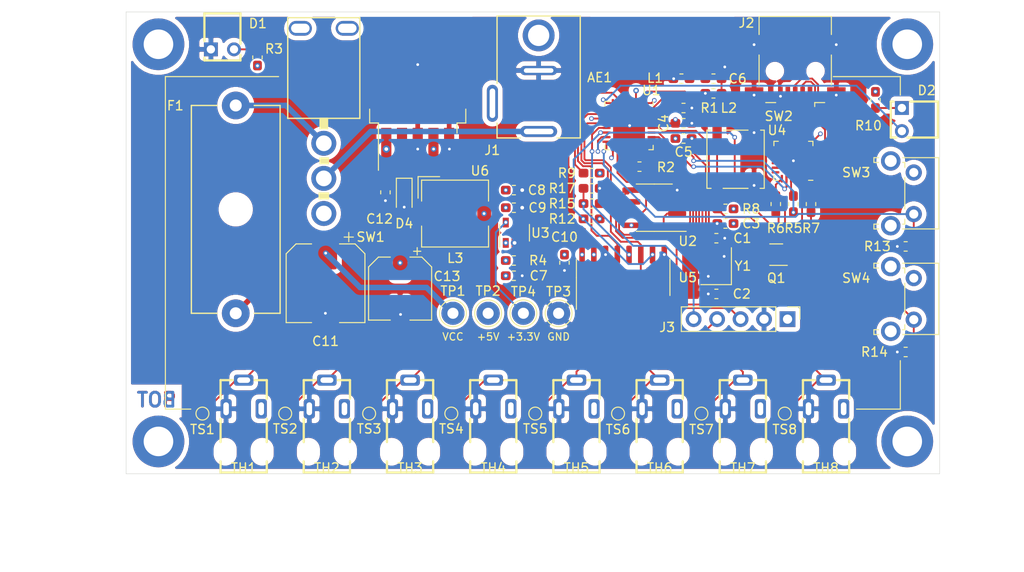
<source format=kicad_pcb>
(kicad_pcb (version 20171130) (host pcbnew "(5.1.4)-1")
  (title_block (title BBSensor) (date 2019-09-11) (rev V1.0) (comment 1 "Sensor and processing board for BBQ Sensor"))
  (layers (0 F.Cu signal) (1 In1.Cu power) (2 In2.Cu power) (31 B.Cu signal) (34 B.Paste user) (35 F.Paste user) (36 B.SilkS user) (37 F.SilkS user) (38 B.Mask user) (39 F.Mask user) (44 Edge.Cuts user))
  (net 0 "")
  (net 1 GND)
  (net 2 +5V)
  (net 3 "Net-(D1-Pad2)")
  (net 4 "Net-(F1-Pad2)")
  (net 5 "Net-(J1-Pad1)")
  (net 6 +3V3)
  (net 7 "Net-(J2-Pad1)")
  (net 8 "Net-(J2-Pad3)")
  (net 9 "Net-(J2-Pad2)")
  (net 10 "Net-(Q1-Pad2)")
  (net 11 "Net-(Q1-Pad5)")
  (net 12 "Net-(AE1-Pad1)")
  (net 13 /ESP8266EX/GPIO0)
  (net 14 "Net-(D2-Pad1)")
  (net 15 /ESP8266EX/~RST)
  (net 16 /Serial/RTS)
  (net 17 /Serial/DTR)
  (net 18 "Net-(R1-Pad1)")
  (net 19 "Net-(R2-Pad1)")
  (net 20 "Net-(R4-Pad1)")
  (net 21 /Serial/USB_RX)
  (net 22 /ESP8266EX/EN)
  (net 23 /ESP8266EX/GPIO4)
  (net 24 /ESP8266EX/GPIO5)
  (net 25 /ESP8266EX/GPIO12)
  (net 26 /Temperature/SIGNAL1)
  (net 27 /Temperature/SIGNAL2)
  (net 28 /Temperature/SIGNAL3)
  (net 29 /Temperature/SIGNAL4)
  (net 30 /Temperature/SIGNAL5)
  (net 31 /Temperature/SIGNAL6)
  (net 32 /Temperature/SIGNAL7)
  (net 33 /Temperature/SIGNAL8)
  (net 34 /ESP8266EX/GPIO1_TXD)
  (net 35 /ESP8266EX/ADC)
  (net 36 "Net-(U1-Pad5)")
  (net 37 "Net-(U3-Pad4)")
  (net 38 "Net-(U4-Pad24)")
  (net 39 "Net-(U4-Pad22)")
  (net 40 "Net-(U4-Pad18)")
  (net 41 "Net-(U4-Pad17)")
  (net 42 "Net-(U4-Pad16)")
  (net 43 "Net-(U4-Pad15)")
  (net 44 "Net-(U4-Pad14)")
  (net 45 "Net-(U4-Pad13)")
  (net 46 "Net-(U4-Pad12)")
  (net 47 "Net-(U4-Pad11)")
  (net 48 "Net-(U4-Pad10)")
  (net 49 "Net-(U4-Pad9)")
  (net 50 "Net-(U4-Pad1)")
  (net 51 "Net-(SW1-Pad1)")
  (net 52 /ESP8266EX/XTAL_OUT)
  (net 53 /ESP8266EX/XTAL_IN)
  (net 54 /ESP8266EX/LNA)
  (net 55 /ESP8266EX/SDIO_CLK)
  (net 56 /ESP8266EX/SDIO_DATA_1)
  (net 57 /ESP8266EX/SDIO_DATA_0)
  (net 58 /ESP8266EX/SDIO_CMD)
  (net 59 /ESP8266EX/SDIO_DATA_3)
  (net 60 /ESP8266EX/SDIO_DATA_2)
  (net 61 "Net-(J1-Pad3)")
  (net 62 "Net-(J2-Pad4)")
  (net 63 VCC)
  (net 64 "Net-(D4-Pad1)")
  (net 65 /ESP8266EX/GPIO16)
  (net 66 /ESP8266EX/GPIO15)
  (net 67 /ESP8266EX/SCLK)
  (net 68 /ESP8266EX/MOSI)
  (net 69 /ESP8266EX/GPIO3_RXD)
  (net 70 /ESP8266EX/CS1)
  (net 71 /ESP8266EX/MISO)
  (module Collection:CLIFF_DC_SOCKET_2.5_Short (layer F.Cu) (at 59.626 27.94 270)
    (fp_text reference J1 (at 2.032 5.0165 180) (layer F.SilkS))
    (fp_text value Barrel_Jack_Switch)
    (pad "" np_thru_hole circle (at -10.4 0) (size 3.45 3.45) (drill 2.3) (layers *.Cu *.Mask))
    (pad 3 thru_hole oval (at -3.05 5) (size 1.2 4) (drill oval 0.6 3.2) (layers *.Cu *.Mask) (net 61 "Net-(J1-Pad3)"))
    (pad 2 thru_hole oval (at -6.6 0 270) (size 1 4) (drill oval 0.5 3.2) (layers *.Cu *.Mask) (net 1 GND))
    (pad 1 thru_hole oval (at 0 0 270) (size 1.2 4) (drill oval 0.6 3.2) (layers *.Cu *.Mask) (net 5 "Net-(J1-Pad1)"))
  )
  (module Button_Switch_SMD:SW_SPST_EVPBF (layer F.Cu) (at 80.93 30.947 90)
    (fp_text reference SW2 (at 4.658 4.6675 180) (layer F.SilkS))
    (fp_text value SW_Push)
    (pad 2 smd rect (at 2.88 2 90) (size 2.75 1) (layers F.Cu F.Paste F.Mask) (net 1 GND))
    (pad 2 smd rect (at -2.88 2 90) (size 2.75 1) (layers F.Cu F.Paste F.Mask) (net 1 GND))
    (pad 1 smd rect (at -2.88 -2 90) (size 2.75 1) (layers F.Cu F.Paste F.Mask) (net 15 /ESP8266EX/~RST))
    (pad 1 smd rect (at 2.88 -2 90) (size 2.75 1) (layers F.Cu F.Paste F.Mask) (net 15 /ESP8266EX/~RST))
  )
  (module TestPoint:TestPoint_THTPad_D2.5mm_Drill1.2mm (layer F.Cu) (at 57.975 47.625)
    (fp_text reference TP4 (at 0 -2.3495) (layer F.SilkS))
    (fp_text value TestPoint)
    (pad 1 thru_hole circle (at 0 0) (size 2.5 2.5) (drill 1.2) (layers *.Cu *.Mask) (net 6 +3V3))
  )
  (module MountingHole:MountingHole_3.2mm_M3_DIN965_Pad (layer F.Cu) (at 18.5 18.5)
    (fp_text reference ~ hide)
    (fp_text value MountingHole_3.2mm_M3_DIN965_Pad)
    (pad ~ thru_hole circle (at 0 0) (size 5.6 5.6) (drill 3.2) (layers *.Cu *.Mask))
  )
  (module MountingHole:MountingHole_3.2mm_M3_DIN965_Pad (layer F.Cu) (at 99.5 61.5)
    (fp_text reference ~ hide)
    (fp_text value MountingHole_3.2mm_M3_DIN965_Pad)
    (pad ~ thru_hole circle (at 0 0) (size 5.6 5.6) (drill 3.2) (layers *.Cu *.Mask))
  )
  (module MountingHole:MountingHole_3.2mm_M3_DIN965_Pad (layer F.Cu) (at 18.5 61.5)
    (fp_text reference ~ hide)
    (fp_text value MountingHole_3.2mm_M3_DIN965_Pad)
    (pad ~ thru_hole circle (at 0 0) (size 5.6 5.6) (drill 3.2) (layers *.Cu *.Mask))
  )
  (module MountingHole:MountingHole_3.2mm_M3_DIN965_Pad (layer F.Cu) (at 99.5 18.5)
    (fp_text reference ~ hide)
    (fp_text value MountingHole_3.2mm_M3_DIN965_Pad)
    (pad ~ thru_hole circle (at 0 0) (size 5.6 5.6) (drill 3.2) (layers *.Cu *.Mask))
  )
  (module Diode_SMD:D_SOD-323_HandSoldering (layer F.Cu) (at 45.0845 34.905 270)
    (fp_text reference D4 (at 3.0045 0 180) (layer F.SilkS))
    (fp_text value 1N5822)
    (pad 2 smd rect (at 1.25 0 270) (size 1 1) (layers F.Cu F.Paste F.Mask) (net 1 GND))
    (pad 1 smd rect (at -1.25 0 270) (size 1 1) (layers F.Cu F.Paste F.Mask) (net 64 "Net-(D4-Pad1)"))
  )
  (module Inductor_SMD:L_0603_1608Metric_Pad1.05x0.95mm_HandSolder (layer F.Cu) (at 75.0705 22.225 180)
    (fp_text reference L1 (at 2.8435 0.0635) (layer F.SilkS))
    (fp_text value L)
    (pad 2 smd roundrect (at 0.875 0 180) (size 1.05 0.95) (layers F.Cu F.Paste F.Mask) (net 1 GND))
    (pad 1 smd roundrect (at -0.875 0 180) (size 1.05 0.95) (layers F.Cu F.Paste F.Mask) (net 12 "Net-(AE1-Pad1)"))
  )
  (module Collection:MIYAMA_MS-500-B-VT (layer F.Cu) (at 40.285 26.52 90)
    (fp_text reference SW1 (at -12.85 1.165 180) (layer F.SilkS))
    (fp_text value SW_SPDT)
    (pad "" np_thru_hole oval (at 9.75 -1.36 90) (size 1.6 2.5) (drill oval 1 2) (layers *.Cu *.Mask))
    (pad "" np_thru_hole oval (at 9.75 -6.44 90) (size 1.6 2.5) (drill oval 1 2) (layers *.Cu *.Mask))
    (pad 3 thru_hole circle (at -2.7 -3.9 90) (size 2.7 2.7) (drill 1.7) (layers *.Cu *.Mask) (net 4 "Net-(F1-Pad2)"))
    (pad 1 thru_hole circle (at -10.3 -3.9 90) (size 2.7 2.7) (drill 1.7) (layers *.Cu *.Mask) (net 51 "Net-(SW1-Pad1)"))
    (pad 2 thru_hole circle (at -6.5 -3.9 90) (size 2.7 2.7) (drill 1.7) (layers *.Cu *.Mask) (net 5 "Net-(J1-Pad1)"))
  )
  (module Package_TO_SOT_SMD:TO-263-5_TabPin3 (layer F.Cu) (at 46.545 24.07 90)
    (fp_text reference U6 (at -8.1245 6.731 180) (layer F.SilkS))
    (fp_text value LM2576S-5)
    (pad 3 smd rect (at 3.375 0 90) (size 9.4 10.8) (layers F.Cu F.Mask) (net 1 GND))
    (pad 5 smd rect (at -5.775 3.4 90) (size 4.6 1.1) (layers F.Cu F.Paste F.Mask) (net 1 GND))
    (pad 4 smd rect (at -5.775 1.7 90) (size 4.6 1.1) (layers F.Cu F.Paste F.Mask) (net 2 +5V))
    (pad 3 smd rect (at -5.775 0 90) (size 4.6 1.1) (layers F.Cu F.Paste F.Mask) (net 1 GND))
    (pad 2 smd rect (at -5.775 -1.7 90) (size 4.6 1.1) (layers F.Cu F.Paste F.Mask) (net 64 "Net-(D4-Pad1)"))
    (pad 1 smd rect (at -5.775 -3.4 90) (size 4.6 1.1) (layers F.Cu F.Paste F.Mask) (net 63 VCC))
  )
  (module TestPoint:TestPoint_THTPad_D2.5mm_Drill1.2mm (layer F.Cu) (at 54.165 47.625)
    (fp_text reference TP2 (at 0 -2.413) (layer F.SilkS))
    (fp_text value TestPoint)
    (pad 1 thru_hole circle (at 0 0) (size 2.5 2.5) (drill 1.2) (layers *.Cu *.Mask) (net 2 +5V))
  )
  (module Inductor_SMD:L_TDK_SLF7032 (layer F.Cu) (at 50.584 36.83)
    (fp_text reference L3 (at 0.025 4.826) (layer F.SilkS))
    (fp_text value 100u)
    (fp_text user "" (at -49 0.05) (layer F.SilkS) (effects (font (size 3 3))))
    (pad 2 smd roundrect (at 3.15 0) (size 1.5 2.2) (layers F.Cu F.Paste F.Mask) (net 2 +5V))
    (pad 1 smd roundrect (at -3.15 0) (size 1.5 2.2) (layers F.Cu F.Paste F.Mask) (net 64 "Net-(D4-Pad1)"))
  )
  (module Capacitor_SMD:CP_Elec_6.3x5.9 (layer F.Cu) (at 44.64 44.952 270)
    (fp_text reference C13 (at -1.3275 -5.08 180) (layer F.SilkS))
    (fp_text value 100u)
    (pad 2 smd roundrect (at 2.8 0 270) (size 3.5 1.6) (layers F.Cu F.Paste F.Mask) (roundrect_rratio 0.15625) (net 1 GND))
    (pad 1 smd roundrect (at -2.8 0 270) (size 3.5 1.6) (layers F.Cu F.Paste F.Mask) (roundrect_rratio 0.15625) (net 2 +5V))
  )
  (module Capacitor_SMD:C_0603_1608Metric_Pad1.05x0.95mm_HandSolder (layer F.Cu) (at 43.0525 34.53 270)
    (fp_text reference C12 (at 2.8715 0.635) (layer F.SilkS))
    (fp_text value 100n)
    (pad 2 smd roundrect (at 0.875 0 270) (size 1.05 0.95) (layers F.Cu F.Paste F.Mask) (net 1 GND))
    (pad 1 smd roundrect (at -0.875 0 270) (size 1.05 0.95) (layers F.Cu F.Paste F.Mask) (net 63 VCC))
  )
  (module Capacitor_SMD:CP_Elec_8x10 (layer F.Cu) (at 36.5755 44.375 270)
    (fp_text reference C11 (at 6.275 0 180) (layer F.SilkS))
    (fp_text value 100u)
    (pad 2 smd roundrect (at 3.25 0 270) (size 3.5 2.5) (layers F.Cu F.Paste F.Mask) (roundrect_rratio 0.1) (net 1 GND))
    (pad 1 smd roundrect (at -3.25 0 270) (size 3.5 2.5) (layers F.Cu F.Paste F.Mask) (roundrect_rratio 0.1) (net 63 VCC))
  )
  (module Lumberg:LUMBERG_1501_05 (layer F.Cu) (at 90.7175 64.864 180)
    (fp_text reference TH8 (at 0 0.5) (layer F.SilkS))
    (fp_text value AudioJack3)
    (pad R thru_hole roundrect (at -1.9 6.9 180) (size 1.2 2.1) (drill oval 0.6 1.4) (layers *.Cu *.Mask) (net 2 +5V))
    (pad T thru_hole roundrect (at 0 10 180) (size 2.1 1.2) (drill oval 1.4 0.6) (layers *.Cu *.Mask) (net 33 /Temperature/SIGNAL8))
    (pad S thru_hole roundrect (at 1.9 6.9 180) (size 1.2 2.1) (drill oval 0.6 1.4) (layers *.Cu *.Mask) (net 1 GND))
    (pad "" np_thru_hole oval (at -2 2.25 180) (size 1.5 2) (drill oval 1.5 2) (layers *.Cu *.Mask))
    (pad "" np_thru_hole oval (at 2 2.25 180) (size 1.5 2) (drill oval 1.5 2) (layers *.Cu *.Mask))
  )
  (module Lumberg:LUMBERG_1501_05 (layer F.Cu) (at 81.7175 64.864 180)
    (fp_text reference TH7 (at 0 0.5) (layer F.SilkS))
    (fp_text value AudioJack3)
    (pad R thru_hole roundrect (at -1.9 6.9 180) (size 1.2 2.1) (drill oval 0.6 1.4) (layers *.Cu *.Mask) (net 2 +5V))
    (pad T thru_hole roundrect (at 0 10 180) (size 2.1 1.2) (drill oval 1.4 0.6) (layers *.Cu *.Mask) (net 32 /Temperature/SIGNAL7))
    (pad S thru_hole roundrect (at 1.9 6.9 180) (size 1.2 2.1) (drill oval 0.6 1.4) (layers *.Cu *.Mask) (net 1 GND))
    (pad "" np_thru_hole oval (at -2 2.25 180) (size 1.5 2) (drill oval 1.5 2) (layers *.Cu *.Mask))
    (pad "" np_thru_hole oval (at 2 2.25 180) (size 1.5 2) (drill oval 1.5 2) (layers *.Cu *.Mask))
  )
  (module Lumberg:LUMBERG_1501_05 (layer F.Cu) (at 72.7175 64.864 180)
    (fp_text reference TH6 (at 0 0.5) (layer F.SilkS))
    (fp_text value AudioJack3)
    (pad R thru_hole roundrect (at -1.9 6.9 180) (size 1.2 2.1) (drill oval 0.6 1.4) (layers *.Cu *.Mask) (net 2 +5V))
    (pad T thru_hole roundrect (at 0 10 180) (size 2.1 1.2) (drill oval 1.4 0.6) (layers *.Cu *.Mask) (net 31 /Temperature/SIGNAL6))
    (pad S thru_hole roundrect (at 1.9 6.9 180) (size 1.2 2.1) (drill oval 0.6 1.4) (layers *.Cu *.Mask) (net 1 GND))
    (pad "" np_thru_hole oval (at -2 2.25 180) (size 1.5 2) (drill oval 1.5 2) (layers *.Cu *.Mask))
    (pad "" np_thru_hole oval (at 2 2.25 180) (size 1.5 2) (drill oval 1.5 2) (layers *.Cu *.Mask))
  )
  (module Lumberg:LUMBERG_1501_05 (layer F.Cu) (at 63.7175 64.864 180)
    (fp_text reference TH5 (at 0 0.5) (layer F.SilkS))
    (fp_text value AudioJack3)
    (pad R thru_hole roundrect (at -1.9 6.9 180) (size 1.2 2.1) (drill oval 0.6 1.4) (layers *.Cu *.Mask) (net 2 +5V))
    (pad T thru_hole roundrect (at 0 10 180) (size 2.1 1.2) (drill oval 1.4 0.6) (layers *.Cu *.Mask) (net 30 /Temperature/SIGNAL5))
    (pad S thru_hole roundrect (at 1.9 6.9 180) (size 1.2 2.1) (drill oval 0.6 1.4) (layers *.Cu *.Mask) (net 1 GND))
    (pad "" np_thru_hole oval (at -2 2.25 180) (size 1.5 2) (drill oval 1.5 2) (layers *.Cu *.Mask))
    (pad "" np_thru_hole oval (at 2 2.25 180) (size 1.5 2) (drill oval 1.5 2) (layers *.Cu *.Mask))
  )
  (module Lumberg:LUMBERG_1501_05 (layer F.Cu) (at 54.7175 64.864 180)
    (fp_text reference TH4 (at 0 0.5) (layer F.SilkS))
    (fp_text value AudioJack3)
    (pad R thru_hole roundrect (at -1.9 6.9 180) (size 1.2 2.1) (drill oval 0.6 1.4) (layers *.Cu *.Mask) (net 2 +5V))
    (pad T thru_hole roundrect (at 0 10 180) (size 2.1 1.2) (drill oval 1.4 0.6) (layers *.Cu *.Mask) (net 29 /Temperature/SIGNAL4))
    (pad S thru_hole roundrect (at 1.9 6.9 180) (size 1.2 2.1) (drill oval 0.6 1.4) (layers *.Cu *.Mask) (net 1 GND))
    (pad "" np_thru_hole oval (at -2 2.25 180) (size 1.5 2) (drill oval 1.5 2) (layers *.Cu *.Mask))
    (pad "" np_thru_hole oval (at 2 2.25 180) (size 1.5 2) (drill oval 1.5 2) (layers *.Cu *.Mask))
  )
  (module Lumberg:LUMBERG_1501_05 (layer F.Cu) (at 45.7175 64.864 180)
    (fp_text reference TH3 (at 0 0.5) (layer F.SilkS))
    (fp_text value AudioJack3)
    (pad R thru_hole roundrect (at -1.9 6.9 180) (size 1.2 2.1) (drill oval 0.6 1.4) (layers *.Cu *.Mask) (net 2 +5V))
    (pad T thru_hole roundrect (at 0 10 180) (size 2.1 1.2) (drill oval 1.4 0.6) (layers *.Cu *.Mask) (net 28 /Temperature/SIGNAL3))
    (pad S thru_hole roundrect (at 1.9 6.9 180) (size 1.2 2.1) (drill oval 0.6 1.4) (layers *.Cu *.Mask) (net 1 GND))
    (pad "" np_thru_hole oval (at -2 2.25 180) (size 1.5 2) (drill oval 1.5 2) (layers *.Cu *.Mask))
    (pad "" np_thru_hole oval (at 2 2.25 180) (size 1.5 2) (drill oval 1.5 2) (layers *.Cu *.Mask))
  )
  (module Lumberg:LUMBERG_1501_05 (layer F.Cu) (at 36.7175 64.864 180)
    (fp_text reference TH2 (at 0 0.5) (layer F.SilkS))
    (fp_text value AudioJack3)
    (pad R thru_hole roundrect (at -1.9 6.9 180) (size 1.2 2.1) (drill oval 0.6 1.4) (layers *.Cu *.Mask) (net 2 +5V))
    (pad T thru_hole roundrect (at 0 10 180) (size 2.1 1.2) (drill oval 1.4 0.6) (layers *.Cu *.Mask) (net 27 /Temperature/SIGNAL2))
    (pad S thru_hole roundrect (at 1.9 6.9 180) (size 1.2 2.1) (drill oval 0.6 1.4) (layers *.Cu *.Mask) (net 1 GND))
    (pad "" np_thru_hole oval (at -2 2.25 180) (size 1.5 2) (drill oval 1.5 2) (layers *.Cu *.Mask))
    (pad "" np_thru_hole oval (at 2 2.25 180) (size 1.5 2) (drill oval 1.5 2) (layers *.Cu *.Mask))
  )
  (module Lumberg:LUMBERG_1501_05 (layer F.Cu) (at 27.7175 64.864 180)
    (fp_text reference TH1 (at 0 0.5) (layer F.SilkS))
    (fp_text value AudioJack3)
    (pad R thru_hole roundrect (at -1.9 6.9 180) (size 1.2 2.1) (drill oval 0.6 1.4) (layers *.Cu *.Mask) (net 2 +5V))
    (pad T thru_hole roundrect (at 0 10 180) (size 2.1 1.2) (drill oval 1.4 0.6) (layers *.Cu *.Mask) (net 26 /Temperature/SIGNAL1))
    (pad S thru_hole roundrect (at 1.9 6.9 180) (size 1.2 2.1) (drill oval 0.6 1.4) (layers *.Cu *.Mask) (net 1 GND))
    (pad "" np_thru_hole oval (at -2 2.25 180) (size 1.5 2) (drill oval 1.5 2) (layers *.Cu *.Mask))
    (pad "" np_thru_hole oval (at 2 2.25 180) (size 1.5 2) (drill oval 1.5 2) (layers *.Cu *.Mask))
  )
  (module Capacitor_SMD:C_0603_1608Metric_Pad1.05x0.95mm_HandSolder (layer F.Cu) (at 56.945 36.195 180)
    (fp_text reference C9 (at -2.554 0) (layer F.SilkS))
    (fp_text value 1u)
    (pad 2 smd roundrect (at 0.875 0 180) (size 1.05 0.95) (layers F.Cu F.Paste F.Mask) (net 6 +3V3))
    (pad 1 smd roundrect (at -0.875 0 180) (size 1.05 0.95) (layers F.Cu F.Paste F.Mask) (net 1 GND))
  )
  (module Resistor_SMD:R_0603_1608Metric_Pad1.05x0.95mm_HandSolder (layer F.Cu) (at 65.355 34.0995 180)
    (fp_text reference R17 (at 3.189 0) (layer F.SilkS))
    (fp_text value 2k2)
    (pad 2 smd roundrect (at 0.875 0 180) (size 1.05 0.95) (layers F.Cu F.Paste F.Mask) (net 71 /ESP8266EX/MISO))
    (pad 1 smd roundrect (at -0.875 0 180) (size 1.05 0.95) (layers F.Cu F.Paste F.Mask) (net 1 GND))
  )
  (module Resistor_SMD:R_0603_1608Metric_Pad1.05x0.95mm_HandSolder (layer F.Cu) (at 65.355 35.7505)
    (fp_text reference R15 (at -3.189 0) (layer F.SilkS))
    (fp_text value 1k)
    (pad 2 smd roundrect (at 0.875 0) (size 1.05 0.95) (layers F.Cu F.Paste F.Mask) (net 25 /ESP8266EX/GPIO12))
    (pad 1 smd roundrect (at -0.875 0) (size 1.05 0.95) (layers F.Cu F.Paste F.Mask) (net 71 /ESP8266EX/MISO))
  )
  (module Resistor_SMD:R_0603_1608Metric_Pad1.05x0.95mm_HandSolder (layer F.Cu) (at 99.328 51.816 180)
    (fp_text reference R14 (at 3.3795 0) (layer F.SilkS))
    (fp_text value 2k2)
    (pad 2 smd roundrect (at 0.875 0 180) (size 1.05 0.95) (layers F.Cu F.Paste F.Mask) (net 1 GND))
    (pad 1 smd roundrect (at -0.875 0 180) (size 1.05 0.95) (layers F.Cu F.Paste F.Mask) (net 24 /ESP8266EX/GPIO5))
  )
  (module Resistor_SMD:R_0603_1608Metric_Pad1.05x0.95mm_HandSolder (layer F.Cu) (at 99.328 40.386 180)
    (fp_text reference R13 (at 3.062 0) (layer F.SilkS))
    (fp_text value 2k2)
    (pad 2 smd roundrect (at 0.875 0 180) (size 1.05 0.95) (layers F.Cu F.Paste F.Mask) (net 1 GND))
    (pad 1 smd roundrect (at -0.875 0 180) (size 1.05 0.95) (layers F.Cu F.Paste F.Mask) (net 23 /ESP8266EX/GPIO4))
  )
  (module Resistor_SMD:R_0603_1608Metric_Pad1.05x0.95mm_HandSolder (layer F.Cu) (at 65.355 37.4015)
    (fp_text reference R12 (at -3.189 0) (layer F.SilkS))
    (fp_text value 10k)
    (pad 2 smd roundrect (at 0.875 0) (size 1.05 0.95) (layers F.Cu F.Paste F.Mask) (net 6 +3V3))
    (pad 1 smd roundrect (at -0.875 0) (size 1.05 0.95) (layers F.Cu F.Paste F.Mask) (net 70 /ESP8266EX/CS1))
  )
  (module Resistor_SMD:R_0603_1608Metric_Pad1.05x0.95mm_HandSolder (layer F.Cu) (at 96.06 24.525 90)
    (fp_text reference R10 (at -2.78 -0.762 180) (layer F.SilkS))
    (fp_text value 140)
    (pad 2 smd roundrect (at 0.875 0 90) (size 1.05 0.95) (layers F.Cu F.Paste F.Mask) (net 6 +3V3))
    (pad 1 smd roundrect (at -0.875 0 90) (size 1.05 0.95) (layers F.Cu F.Paste F.Mask) (net 14 "Net-(D2-Pad1)"))
  )
  (module Resistor_SMD:R_0603_1608Metric_Pad1.05x0.95mm_HandSolder (layer F.Cu) (at 65.355 32.4485)
    (fp_text reference R9 (at -2.681 0) (layer F.SilkS))
    (fp_text value 10k)
    (pad 2 smd roundrect (at 0.875 0) (size 1.05 0.95) (layers F.Cu F.Paste F.Mask) (net 6 +3V3))
    (pad 1 smd roundrect (at -0.875 0) (size 1.05 0.95) (layers F.Cu F.Paste F.Mask) (net 22 /ESP8266EX/EN))
  )
  (module Resistor_SMD:R_0603_1608Metric_Pad1.05x0.95mm_HandSolder (layer F.Cu) (at 79.833 36.322)
    (fp_text reference R8 (at 2.78 0) (layer F.SilkS))
    (fp_text value 10k)
    (pad 2 smd roundrect (at 0.875 0) (size 1.05 0.95) (layers F.Cu F.Paste F.Mask) (net 6 +3V3))
    (pad 1 smd roundrect (at -0.875 0) (size 1.05 0.95) (layers F.Cu F.Paste F.Mask) (net 15 /ESP8266EX/~RST))
  )
  (module Resistor_SMD:R_0603_1608Metric_Pad1.05x0.95mm_HandSolder (layer F.Cu) (at 89.09 35.8 270)
    (fp_text reference R7 (at 2.6175 0 180) (layer F.SilkS))
    (fp_text value 10k)
    (pad 2 smd roundrect (at 0.875 0 270) (size 1.05 0.95) (layers F.Cu F.Paste F.Mask) (net 11 "Net-(Q1-Pad5)"))
    (pad 1 smd roundrect (at -0.875 0 270) (size 1.05 0.95) (layers F.Cu F.Paste F.Mask) (net 17 /Serial/DTR))
  )
  (module Resistor_SMD:R_0603_1608Metric_Pad1.05x0.95mm_HandSolder (layer F.Cu) (at 85.28 35.8 270)
    (fp_text reference R6 (at 2.6175 0 180) (layer F.SilkS))
    (fp_text value 10k)
    (pad 2 smd roundrect (at 0.875 0 270) (size 1.05 0.95) (layers F.Cu F.Paste F.Mask) (net 10 "Net-(Q1-Pad2)"))
    (pad 1 smd roundrect (at -0.875 0 270) (size 1.05 0.95) (layers F.Cu F.Paste F.Mask) (net 16 /Serial/RTS))
  )
  (module Resistor_SMD:R_0603_1608Metric_Pad1.05x0.95mm_HandSolder (layer F.Cu) (at 87.185 35.8 270)
    (fp_text reference R5 (at 2.6175 0 180) (layer F.SilkS))
    (fp_text value 10k)
    (pad 2 smd roundrect (at 0.875 0 270) (size 1.05 0.95) (layers F.Cu F.Paste F.Mask) (net 69 /ESP8266EX/GPIO3_RXD))
    (pad 1 smd roundrect (at -0.875 0 270) (size 1.05 0.95) (layers F.Cu F.Paste F.Mask) (net 21 /Serial/USB_RX))
  )
  (module Resistor_SMD:R_0603_1608Metric_Pad1.05x0.95mm_HandSolder (layer F.Cu) (at 56.945 41.91 180)
    (fp_text reference R4 (at -2.6175 0) (layer F.SilkS))
    (fp_text value 10k)
    (pad 2 smd roundrect (at 0.875 0 180) (size 1.05 0.95) (layers F.Cu F.Paste F.Mask) (net 2 +5V))
    (pad 1 smd roundrect (at -0.875 0 180) (size 1.05 0.95) (layers F.Cu F.Paste F.Mask) (net 20 "Net-(R4-Pad1)"))
  )
  (module Resistor_SMD:R_0603_1608Metric_Pad1.05x0.95mm_HandSolder (layer F.Cu) (at 29.21 19.925 270)
    (fp_text reference R3 (at -0.925 -1.79 180) (layer F.SilkS))
    (fp_text value 220)
    (pad 2 smd roundrect (at 0.875 0 270) (size 1.05 0.95) (layers F.Cu F.Paste F.Mask) (net 2 +5V))
    (pad 1 smd roundrect (at -0.875 0 270) (size 1.05 0.95) (layers F.Cu F.Paste F.Mask) (net 3 "Net-(D1-Pad2)"))
  )
  (module Resistor_SMD:R_0603_1608Metric_Pad1.05x0.95mm_HandSolder (layer F.Cu) (at 70.534 31.75 180)
    (fp_text reference R2 (at -2.8575 -0.0635) (layer F.SilkS))
    (fp_text value 200)
    (pad 2 smd roundrect (at 0.875 0 180) (size 1.05 0.95) (layers F.Cu F.Paste F.Mask) (net 55 /ESP8266EX/SDIO_CLK))
    (pad 1 smd roundrect (at -0.875 0 180) (size 1.05 0.95) (layers F.Cu F.Paste F.Mask) (net 19 "Net-(R2-Pad1)"))
  )
  (module Resistor_SMD:R_0603_1608Metric_Pad1.05x0.95mm_HandSolder (layer F.Cu) (at 75.2965 25.4)
    (fp_text reference R1 (at 2.808 0) (layer F.SilkS))
    (fp_text value 12k)
    (pad 2 smd roundrect (at 0.875 0) (size 1.05 0.95) (layers F.Cu F.Paste F.Mask) (net 1 GND))
    (pad 1 smd roundrect (at -0.875 0) (size 1.05 0.95) (layers F.Cu F.Paste F.Mask) (net 18 "Net-(R1-Pad1)"))
  )
  (module Inductor_SMD:L_0603_1608Metric_Pad1.05x0.95mm_HandSolder (layer F.Cu) (at 78.535 23.8125 180)
    (fp_text reference L2 (at -1.665 -1.5875) (layer F.SilkS))
    (fp_text value L)
    (pad 2 smd roundrect (at 0.875 0 180) (size 1.05 0.95) (layers F.Cu F.Paste F.Mask) (net 1 GND))
    (pad 1 smd roundrect (at -0.875 0 180) (size 1.05 0.95) (layers F.Cu F.Paste F.Mask) (net 54 /ESP8266EX/LNA))
  )
  (module Capacitor_SMD:C_0603_1608Metric_Pad1.05x0.95mm_HandSolder (layer F.Cu) (at 62.42 42.15 90)
    (fp_text reference C10 (at 2.78 0 180) (layer F.SilkS))
    (fp_text value 100n)
    (pad 2 smd roundrect (at 0.875 0 90) (size 1.05 0.95) (layers F.Cu F.Paste F.Mask) (net 2 +5V))
    (pad 1 smd roundrect (at -0.875 0 90) (size 1.05 0.95) (layers F.Cu F.Paste F.Mask) (net 1 GND))
  )
  (module Capacitor_SMD:C_0603_1608Metric_Pad1.05x0.95mm_HandSolder (layer F.Cu) (at 56.945 34.29 180)
    (fp_text reference C8 (at -2.4905 0) (layer F.SilkS))
    (fp_text value 10u)
    (pad 2 smd roundrect (at 0.875 0 180) (size 1.05 0.95) (layers F.Cu F.Paste F.Mask) (net 6 +3V3))
    (pad 1 smd roundrect (at -0.875 0 180) (size 1.05 0.95) (layers F.Cu F.Paste F.Mask) (net 1 GND))
  )
  (module Capacitor_SMD:C_0603_1608Metric_Pad1.05x0.95mm_HandSolder (layer F.Cu) (at 56.945 43.561 180)
    (fp_text reference C7 (at -2.681 0) (layer F.SilkS))
    (fp_text value 10u)
    (pad 2 smd roundrect (at 0.875 0 180) (size 1.05 0.95) (layers F.Cu F.Paste F.Mask) (net 2 +5V))
    (pad 1 smd roundrect (at -0.875 0 180) (size 1.05 0.95) (layers F.Cu F.Paste F.Mask) (net 1 GND))
  )
  (module Capacitor_SMD:C_0603_1608Metric_Pad1.05x0.95mm_HandSolder (layer F.Cu) (at 78.535 22.225)
    (fp_text reference C6 (at 2.6175 0) (layer F.SilkS))
    (fp_text value 5p6)
    (pad 2 smd roundrect (at 0.875 0) (size 1.05 0.95) (layers F.Cu F.Paste F.Mask) (net 54 /ESP8266EX/LNA))
    (pad 1 smd roundrect (at -0.875 0) (size 1.05 0.95) (layers F.Cu F.Paste F.Mask) (net 12 "Net-(AE1-Pad1)"))
  )
  (module Capacitor_SMD:C_0603_1608Metric_Pad1.05x0.95mm_HandSolder (layer F.Cu) (at 75.2965 28.702 180)
    (fp_text reference C5 (at -0.014 -1.4605) (layer F.SilkS))
    (fp_text value 100n)
    (pad 2 smd roundrect (at 0.875 0 180) (size 1.05 0.95) (layers F.Cu F.Paste F.Mask) (net 6 +3V3))
    (pad 1 smd roundrect (at -0.875 0 180) (size 1.05 0.95) (layers F.Cu F.Paste F.Mask) (net 1 GND))
  )
  (module Capacitor_SMD:C_0603_1608Metric_Pad1.05x0.95mm_HandSolder (layer F.Cu) (at 75.2965 27.051 180)
    (fp_text reference C4 (at 2.145 0 90) (layer F.SilkS))
    (fp_text value 100n)
    (pad 2 smd roundrect (at 0.875 0 180) (size 1.05 0.95) (layers F.Cu F.Paste F.Mask) (net 6 +3V3))
    (pad 1 smd roundrect (at -0.875 0 180) (size 1.05 0.95) (layers F.Cu F.Paste F.Mask) (net 1 GND))
  )
  (module Capacitor_SMD:C_0603_1608Metric_Pad1.05x0.95mm_HandSolder (layer F.Cu) (at 79.8335 37.9095 180)
    (fp_text reference C3 (at -2.794 0) (layer F.SilkS))
    (fp_text value 100n)
    (pad 2 smd roundrect (at 0.875 0 180) (size 1.05 0.95) (layers F.Cu F.Paste F.Mask) (net 1 GND))
    (pad 1 smd roundrect (at -0.875 0 180) (size 1.05 0.95) (layers F.Cu F.Paste F.Mask) (net 6 +3V3))
  )
  (module Capacitor_SMD:C_0603_1608Metric_Pad1.05x0.95mm_HandSolder (layer F.Cu) (at 78.8525 45.5295)
    (fp_text reference C2 (at 2.7445 0) (layer F.SilkS))
    (fp_text value 10p)
    (pad 2 smd roundrect (at 0.875 0) (size 1.05 0.95) (layers F.Cu F.Paste F.Mask) (net 53 /ESP8266EX/XTAL_IN))
    (pad 1 smd roundrect (at -0.875 0) (size 1.05 0.95) (layers F.Cu F.Paste F.Mask) (net 1 GND))
  )
  (module Capacitor_SMD:C_0603_1608Metric_Pad1.05x0.95mm_HandSolder (layer F.Cu) (at 78.8525 39.497 180)
    (fp_text reference C1 (at -2.808 0) (layer F.SilkS))
    (fp_text value 10p)
    (pad 2 smd roundrect (at 0.875 0 180) (size 1.05 0.95) (layers F.Cu F.Paste F.Mask) (net 52 /ESP8266EX/XTAL_OUT))
    (pad 1 smd roundrect (at -0.875 0 180) (size 1.05 0.95) (layers F.Cu F.Paste F.Mask) (net 1 GND))
  )
  (module RF_Antenna:Texas_SWRA117D_2.4GHz_Left (layer F.Cu) (at 77.66 20.955)
    (fp_text reference AE1 (at -11.43 1.143) (layer F.SilkS))
    (fp_text value Antenna_Shield)
    (fp_poly (pts (xy -2.45 -2.51) (xy -4.45 -2.51) (xy -4.45 -5.15) (xy -7.15 -5.15) (xy -7.15 -2.51) (xy -9.15 -2.51) (xy -9.15 -5.15) (xy -11.85 -5.15) (xy -11.85 -0.71) (xy -11.35 -0.71) (xy -11.35 -4.65) (xy -9.65 -4.65) (xy -9.65 -2.01) (xy -6.65 -2.01) (xy -6.65 -4.65) (xy -4.95 -4.65) (xy -4.95 -2.01) (xy -1.95 -2.01) (xy -1.95 -4.65) (xy -0.25 -4.65) (xy -0.25 0.25) (xy 0.25 0.25) (xy 0.25 -4.65) (xy 1.65 -4.65) (xy 1.65 0.25) (xy 2.55 0.25) (xy 2.55 0.006785) (xy 2.247583 0.006785) (xy 2.237742 0.054395) (xy 2.213674 0.096797) (xy 2.175731 0.129581) (xy 2.167819 0.133935) (xy 2.125156 0.146043) (xy 2.076637 0.1453) (xy 2.031122 0.1324) (xy 2.012511 0.121787) (xy 1.978868 0.086553) (xy 1.958309 0.041368) (xy 1.951778 -0.008158) (xy 1.960218 -0.056417) (xy 1.977112 -0.088643) (xy 2.012372 -0.121313) (xy 2.057682 -0.141408) (xy 2.107267 -0.147982) (xy 2.155353 -0.140092) (xy 2.188245 -0.123186) (xy 2.223185 -0.086416) (xy 2.242847 -0.041622) (xy 2.247583 0.006785) (xy 2.55 0.006785) (xy 2.55 -5.15) (xy -2.45 -5.15) (xy -2.45 -2.51)) (layer F.Cu) (width 0))
    (pad 1 connect rect (at 0 0) (size 0.5 0.5) (layers F.Cu) (net 12 "Net-(AE1-Pad1)"))
    (pad 2 thru_hole rect (at 2.1 0) (size 0.9 0.5) (drill 0.3) (layers *.Cu) (net 1 GND))
  )
  (module Connector_USB:USB_Mini-B_Lumberg_2486_01_Horizontal (layer F.Cu) (at 87.3805 21.403 180)
    (fp_text reference J2 (at 5.2755 5.2105) (layer F.SilkS))
    (fp_text value USB_B_Mini)
    (pad "" np_thru_hole circle (at 2.2 0 180) (size 1 1) (drill 1) (layers *.Cu *.Mask))
    (pad "" np_thru_hole circle (at -2.2 0 180) (size 1 1) (drill 1) (layers *.Cu *.Mask))
    (pad 6 smd rect (at 4.45 2.85 180) (size 2 1.7) (layers F.Cu F.Paste F.Mask) (net 1 GND))
    (pad 6 smd rect (at 4.45 -2.6 180) (size 2 1.7) (layers F.Cu F.Paste F.Mask) (net 1 GND))
    (pad 6 smd rect (at -4.45 2.85 180) (size 2 1.7) (layers F.Cu F.Paste F.Mask) (net 1 GND))
    (pad 6 smd rect (at -4.45 -2.6 180) (size 2 1.7) (layers F.Cu F.Paste F.Mask) (net 1 GND))
    (pad 5 smd rect (at 1.6 -2.7 180) (size 0.5 2) (layers F.Cu F.Paste F.Mask) (net 1 GND))
    (pad 4 smd rect (at 0.8 -2.7 180) (size 0.5 2) (layers F.Cu F.Paste F.Mask) (net 62 "Net-(J2-Pad4)"))
    (pad 3 smd rect (at 0 -2.7 180) (size 0.5 2) (layers F.Cu F.Paste F.Mask) (net 8 "Net-(J2-Pad3)"))
    (pad 2 smd rect (at -0.8 -2.7 180) (size 0.5 2) (layers F.Cu F.Paste F.Mask) (net 9 "Net-(J2-Pad2)"))
    (pad 1 smd rect (at -1.6 -2.7 180) (size 0.5 2) (layers F.Cu F.Paste F.Mask) (net 7 "Net-(J2-Pad1)"))
  )
  (module TestPoint:TestPoint_Pad_D1.0mm (layer F.Cu) (at 86.2495 58.4835)
    (fp_text reference TS8 (at 0 1.7145) (layer F.SilkS))
    (fp_text value TestPoint)
    (pad 1 smd circle (at 0 0) (size 1 1) (layers F.Cu F.Mask) (net 33 /Temperature/SIGNAL8))
  )
  (module TestPoint:TestPoint_Pad_D1.0mm (layer F.Cu) (at 77.2315 58.4835)
    (fp_text reference TS7 (at 0 1.7145) (layer F.SilkS))
    (fp_text value TestPoint)
    (pad 1 smd circle (at 0 0) (size 1 1) (layers F.Cu F.Mask) (net 32 /Temperature/SIGNAL7))
  )
  (module TestPoint:TestPoint_Pad_D1.0mm (layer F.Cu) (at 68.2145 58.4835)
    (fp_text reference TS6 (at 0 1.7145) (layer F.SilkS))
    (fp_text value TestPoint)
    (pad 1 smd circle (at 0 0) (size 1 1) (layers F.Cu F.Mask) (net 31 /Temperature/SIGNAL6))
  )
  (module TestPoint:TestPoint_Pad_D1.0mm (layer F.Cu) (at 59.261 58.4835)
    (fp_text reference TS5 (at 0 1.651) (layer F.SilkS))
    (fp_text value TestPoint)
    (pad 1 smd circle (at 0 0) (size 1 1) (layers F.Cu F.Mask) (net 30 /Temperature/SIGNAL5))
  )
  (module TestPoint:TestPoint_Pad_D1.0mm (layer F.Cu) (at 50.1805 58.4835)
    (fp_text reference TS4 (at 0 1.651) (layer F.SilkS))
    (fp_text value TestPoint)
    (pad 1 smd circle (at 0 0) (size 1 1) (layers F.Cu F.Mask) (net 29 /Temperature/SIGNAL4))
  )
  (module TestPoint:TestPoint_Pad_D1.0mm (layer F.Cu) (at 41.2905 58.4835)
    (fp_text reference TS3 (at 0 1.651) (layer F.SilkS))
    (fp_text value TestPoint)
    (pad 1 smd circle (at 0 0) (size 1 1) (layers F.Cu F.Mask) (net 28 /Temperature/SIGNAL3))
  )
  (module TestPoint:TestPoint_Pad_D1.0mm (layer F.Cu) (at 32.21 58.4835)
    (fp_text reference TS2 (at 0 1.651) (layer F.SilkS))
    (fp_text value TestPoint)
    (pad 1 smd circle (at 0 0) (size 1 1) (layers F.Cu F.Mask) (net 27 /Temperature/SIGNAL2))
  )
  (module TestPoint:TestPoint_Pad_D1.0mm (layer F.Cu) (at 23.2565 58.4835 180)
    (fp_text reference TS1 (at 0 -1.7145) (layer F.SilkS))
    (fp_text value TestPoint)
    (pad 1 smd circle (at 0 0 180) (size 1 1) (layers F.Cu F.Mask) (net 26 /Temperature/SIGNAL1))
  )
  (module Package_SO:SOIC-8_3.9x4.9mm_P1.27mm (layer F.Cu) (at 72.134 36.195 180)
    (fp_text reference U2 (at -3.621 -3.6195) (layer F.SilkS))
    (fp_text value AT25SF081-SSHF-X)
    (pad 8 smd roundrect (at 2.475 -1.905 180) (size 1.95 0.6) (layers F.Cu F.Paste F.Mask) (net 6 +3V3))
    (pad 7 smd roundrect (at 2.475 -0.635 180) (size 1.95 0.6) (layers F.Cu F.Paste F.Mask) (net 60 /ESP8266EX/SDIO_DATA_2))
    (pad 6 smd roundrect (at 2.475 0.635 180) (size 1.95 0.6) (layers F.Cu F.Paste F.Mask) (net 19 "Net-(R2-Pad1)"))
    (pad 5 smd roundrect (at 2.475 1.905 180) (size 1.95 0.6) (layers F.Cu F.Paste F.Mask) (net 56 /ESP8266EX/SDIO_DATA_1))
    (pad 4 smd roundrect (at -2.475 1.905 180) (size 1.95 0.6) (layers F.Cu F.Paste F.Mask) (net 1 GND))
    (pad 3 smd roundrect (at -2.475 0.635 180) (size 1.95 0.6) (layers F.Cu F.Paste F.Mask) (net 59 /ESP8266EX/SDIO_DATA_3))
    (pad 2 smd roundrect (at -2.475 -0.635 180) (size 1.95 0.6) (layers F.Cu F.Paste F.Mask) (net 57 /ESP8266EX/SDIO_DATA_0))
    (pad 1 smd roundrect (at -2.475 -1.905 180) (size 1.95 0.6) (layers F.Cu F.Paste F.Mask) (net 58 /ESP8266EX/SDIO_CMD))
  )
  (module Crystal:Crystal_SMD_Abracon_ABM8G-4Pin_3.2x2.5mm (layer F.Cu) (at 78.8275 42.5245 90)
    (fp_text reference Y1 (at 0.0205 2.8965 180) (layer F.SilkS))
    (fp_text value ABM8-26.000MHZ-10-1-U-T)
    (pad 4 smd rect (at -1.1 -0.85 90) (size 1.4 1.2) (layers F.Cu F.Paste F.Mask) (net 1 GND))
    (pad 3 smd rect (at 1.1 -0.85 90) (size 1.4 1.2) (layers F.Cu F.Paste F.Mask) (net 52 /ESP8266EX/XTAL_OUT))
    (pad 2 smd rect (at 1.1 0.85 90) (size 1.4 1.2) (layers F.Cu F.Paste F.Mask) (net 1 GND))
    (pad 1 smd rect (at -1.1 0.85 90) (size 1.4 1.2) (layers F.Cu F.Paste F.Mask) (net 53 /ESP8266EX/XTAL_IN))
  )
  (module Package_SO:SOIC-16_3.9x9.9mm_P1.27mm (layer F.Cu) (at 68.77 43.75 90)
    (fp_text reference U5 (at 0.0015 6.985 180) (layer F.SilkS))
    (fp_text value MCP3208)
    (pad 16 smd roundrect (at 2.475 -4.445 90) (size 1.95 0.6) (layers F.Cu F.Paste F.Mask) (net 2 +5V))
    (pad 15 smd roundrect (at 2.475 -3.175 90) (size 1.95 0.6) (layers F.Cu F.Paste F.Mask) (net 2 +5V))
    (pad 14 smd roundrect (at 2.475 -1.905 90) (size 1.95 0.6) (layers F.Cu F.Paste F.Mask) (net 1 GND))
    (pad 13 smd roundrect (at 2.475 -0.635 90) (size 1.95 0.6) (layers F.Cu F.Paste F.Mask) (net 67 /ESP8266EX/SCLK))
    (pad 12 smd roundrect (at 2.475 0.635 90) (size 1.95 0.6) (layers F.Cu F.Paste F.Mask) (net 71 /ESP8266EX/MISO))
    (pad 11 smd roundrect (at 2.475 1.905 90) (size 1.95 0.6) (layers F.Cu F.Paste F.Mask) (net 68 /ESP8266EX/MOSI))
    (pad 10 smd roundrect (at 2.475 3.175 90) (size 1.95 0.6) (layers F.Cu F.Paste F.Mask) (net 70 /ESP8266EX/CS1))
    (pad 9 smd roundrect (at 2.475 4.445 90) (size 1.95 0.6) (layers F.Cu F.Paste F.Mask) (net 1 GND))
    (pad 8 smd roundrect (at -2.475 4.445 90) (size 1.95 0.6) (layers F.Cu F.Paste F.Mask) (net 33 /Temperature/SIGNAL8))
    (pad 7 smd roundrect (at -2.475 3.175 90) (size 1.95 0.6) (layers F.Cu F.Paste F.Mask) (net 32 /Temperature/SIGNAL7))
    (pad 6 smd roundrect (at -2.475 1.905 90) (size 1.95 0.6) (layers F.Cu F.Paste F.Mask) (net 31 /Temperature/SIGNAL6))
    (pad 5 smd roundrect (at -2.475 0.635 90) (size 1.95 0.6) (layers F.Cu F.Paste F.Mask) (net 30 /Temperature/SIGNAL5))
    (pad 4 smd roundrect (at -2.475 -0.635 90) (size 1.95 0.6) (layers F.Cu F.Paste F.Mask) (net 29 /Temperature/SIGNAL4))
    (pad 3 smd roundrect (at -2.475 -1.905 90) (size 1.95 0.6) (layers F.Cu F.Paste F.Mask) (net 28 /Temperature/SIGNAL3))
    (pad 2 smd roundrect (at -2.475 -3.175 90) (size 1.95 0.6) (layers F.Cu F.Paste F.Mask) (net 27 /Temperature/SIGNAL2))
    (pad 1 smd roundrect (at -2.475 -4.445 90) (size 1.95 0.6) (layers F.Cu F.Paste F.Mask) (net 26 /Temperature/SIGNAL1))
  )
  (module Package_DFN_QFN:QFN-24-1EP_4x4mm_P0.5mm_EP2.6x2.6mm (layer F.Cu) (at 87.185 31.115 180)
    (fp_text reference U4 (at 1.778 3.302) (layer F.SilkS))
    (fp_text value CP2104)
    (pad 24 smd roundrect (at -1.25 -1.9375 180) (size 0.25 0.825) (layers F.Cu F.Paste F.Mask) (net 38 "Net-(U4-Pad24)"))
    (pad 23 smd roundrect (at -0.75 -1.9375 180) (size 0.25 0.825) (layers F.Cu F.Paste F.Mask) (net 17 /Serial/DTR))
    (pad 22 smd roundrect (at -0.25 -1.9375 180) (size 0.25 0.825) (layers F.Cu F.Paste F.Mask) (net 39 "Net-(U4-Pad22)"))
    (pad 21 smd roundrect (at 0.25 -1.9375 180) (size 0.25 0.825) (layers F.Cu F.Paste F.Mask) (net 21 /Serial/USB_RX))
    (pad 20 smd roundrect (at 0.75 -1.9375 180) (size 0.25 0.825) (layers F.Cu F.Paste F.Mask) (net 34 /ESP8266EX/GPIO1_TXD))
    (pad 19 smd roundrect (at 1.25 -1.9375 180) (size 0.25 0.825) (layers F.Cu F.Paste F.Mask) (net 16 /Serial/RTS))
    (pad 18 smd roundrect (at 1.9375 -1.25 180) (size 0.825 0.25) (layers F.Cu F.Paste F.Mask) (net 40 "Net-(U4-Pad18)"))
    (pad 17 smd roundrect (at 1.9375 -0.75 180) (size 0.825 0.25) (layers F.Cu F.Paste F.Mask) (net 41 "Net-(U4-Pad17)"))
    (pad 16 smd roundrect (at 1.9375 -0.25 180) (size 0.825 0.25) (layers F.Cu F.Paste F.Mask) (net 42 "Net-(U4-Pad16)"))
    (pad 15 smd roundrect (at 1.9375 0.25 180) (size 0.825 0.25) (layers F.Cu F.Paste F.Mask) (net 43 "Net-(U4-Pad15)"))
    (pad 14 smd roundrect (at 1.9375 0.75 180) (size 0.825 0.25) (layers F.Cu F.Paste F.Mask) (net 44 "Net-(U4-Pad14)"))
    (pad 13 smd roundrect (at 1.9375 1.25 180) (size 0.825 0.25) (layers F.Cu F.Paste F.Mask) (net 45 "Net-(U4-Pad13)"))
    (pad 12 smd roundrect (at 1.25 1.9375 180) (size 0.25 0.825) (layers F.Cu F.Paste F.Mask) (net 46 "Net-(U4-Pad12)"))
    (pad 11 smd roundrect (at 0.75 1.9375 180) (size 0.25 0.825) (layers F.Cu F.Paste F.Mask) (net 47 "Net-(U4-Pad11)"))
    (pad 10 smd roundrect (at 0.25 1.9375 180) (size 0.25 0.825) (layers F.Cu F.Paste F.Mask) (net 48 "Net-(U4-Pad10)"))
    (pad 9 smd roundrect (at -0.25 1.9375 180) (size 0.25 0.825) (layers F.Cu F.Paste F.Mask) (net 49 "Net-(U4-Pad9)"))
    (pad 8 smd roundrect (at -0.75 1.9375 180) (size 0.25 0.825) (layers F.Cu F.Paste F.Mask) (net 7 "Net-(J2-Pad1)"))
    (pad 7 smd roundrect (at -1.25 1.9375 180) (size 0.25 0.825) (layers F.Cu F.Paste F.Mask) (net 6 +3V3))
    (pad 6 smd roundrect (at -1.9375 1.25 180) (size 0.825 0.25) (layers F.Cu F.Paste F.Mask) (net 6 +3V3))
    (pad 5 smd roundrect (at -1.9375 0.75 180) (size 0.825 0.25) (layers F.Cu F.Paste F.Mask) (net 6 +3V3))
    (pad 4 smd roundrect (at -1.9375 0.25 180) (size 0.825 0.25) (layers F.Cu F.Paste F.Mask) (net 9 "Net-(J2-Pad2)"))
    (pad 3 smd roundrect (at -1.9375 -0.25 180) (size 0.825 0.25) (layers F.Cu F.Paste F.Mask) (net 8 "Net-(J2-Pad3)"))
    (pad 2 smd roundrect (at -1.9375 -0.75 180) (size 0.825 0.25) (layers F.Cu F.Paste F.Mask) (net 1 GND))
    (pad 1 smd roundrect (at -1.9375 -1.25 180) (size 0.825 0.25) (layers F.Cu F.Paste F.Mask) (net 50 "Net-(U4-Pad1)"))
    (pad 25 smd roundrect (at 0 0 180) (size 2.6 2.6) (layers F.Cu F.Mask) (roundrect_rratio 0.096154) (net 1 GND))
  )
  (module Package_TO_SOT_SMD:SOT-23-5 (layer F.Cu) (at 57.02 38.905 90)
    (fp_text reference U3 (at -0.0205 2.7965 180) (layer F.SilkS))
    (fp_text value AP2112K-3.3)
    (pad 5 smd rect (at 1.1 -0.95 90) (size 1.06 0.65) (layers F.Cu F.Paste F.Mask) (net 6 +3V3))
    (pad 4 smd rect (at 1.1 0.95 90) (size 1.06 0.65) (layers F.Cu F.Paste F.Mask) (net 37 "Net-(U3-Pad4)"))
    (pad 3 smd rect (at -1.1 0.95 90) (size 1.06 0.65) (layers F.Cu F.Paste F.Mask) (net 20 "Net-(R4-Pad1)"))
    (pad 2 smd rect (at -1.1 0 90) (size 1.06 0.65) (layers F.Cu F.Paste F.Mask) (net 1 GND))
    (pad 1 smd rect (at -1.1 -0.95 90) (size 1.06 0.65) (layers F.Cu F.Paste F.Mask) (net 2 +5V))
  )
  (module Package_DFN_QFN:QFN-32-1EP_5x5mm_P0.5mm_EP3.45x3.45mm (layer F.Cu) (at 69.405 27.305 270)
    (fp_text reference U1 (at -3.81 -2.413) (layer F.SilkS))
    (fp_text value ESP8266EX)
    (pad 32 smd roundrect (at -1.75 -2.4375 270) (size 0.25 0.875) (layers F.Cu F.Paste F.Mask) (net 15 /ESP8266EX/~RST))
    (pad 31 smd roundrect (at -1.25 -2.4375 270) (size 0.25 0.875) (layers F.Cu F.Paste F.Mask) (net 18 "Net-(R1-Pad1)"))
    (pad 30 smd roundrect (at -0.75 -2.4375 270) (size 0.25 0.875) (layers F.Cu F.Paste F.Mask) (net 6 +3V3))
    (pad 29 smd roundrect (at -0.25 -2.4375 270) (size 0.25 0.875) (layers F.Cu F.Paste F.Mask) (net 6 +3V3))
    (pad 28 smd roundrect (at 0.25 -2.4375 270) (size 0.25 0.875) (layers F.Cu F.Paste F.Mask) (net 53 /ESP8266EX/XTAL_IN))
    (pad 27 smd roundrect (at 0.75 -2.4375 270) (size 0.25 0.875) (layers F.Cu F.Paste F.Mask) (net 52 /ESP8266EX/XTAL_OUT))
    (pad 26 smd roundrect (at 1.25 -2.4375 270) (size 0.25 0.875) (layers F.Cu F.Paste F.Mask) (net 69 /ESP8266EX/GPIO3_RXD))
    (pad 25 smd roundrect (at 1.75 -2.4375 270) (size 0.25 0.875) (layers F.Cu F.Paste F.Mask) (net 34 /ESP8266EX/GPIO1_TXD))
    (pad 24 smd roundrect (at 2.4375 -1.75 270) (size 0.875 0.25) (layers F.Cu F.Paste F.Mask) (net 24 /ESP8266EX/GPIO5))
    (pad 23 smd roundrect (at 2.4375 -1.25 270) (size 0.875 0.25) (layers F.Cu F.Paste F.Mask) (net 56 /ESP8266EX/SDIO_DATA_1))
    (pad 22 smd roundrect (at 2.4375 -0.75 270) (size 0.875 0.25) (layers F.Cu F.Paste F.Mask) (net 57 /ESP8266EX/SDIO_DATA_0))
    (pad 21 smd roundrect (at 2.4375 -0.25 270) (size 0.875 0.25) (layers F.Cu F.Paste F.Mask) (net 55 /ESP8266EX/SDIO_CLK))
    (pad 20 smd roundrect (at 2.4375 0.25 270) (size 0.875 0.25) (layers F.Cu F.Paste F.Mask) (net 58 /ESP8266EX/SDIO_CMD))
    (pad 19 smd roundrect (at 2.4375 0.75 270) (size 0.875 0.25) (layers F.Cu F.Paste F.Mask) (net 59 /ESP8266EX/SDIO_DATA_3))
    (pad 18 smd roundrect (at 2.4375 1.25 270) (size 0.875 0.25) (layers F.Cu F.Paste F.Mask) (net 60 /ESP8266EX/SDIO_DATA_2))
    (pad 17 smd roundrect (at 2.4375 1.75 270) (size 0.875 0.25) (layers F.Cu F.Paste F.Mask) (net 6 +3V3))
    (pad 16 smd roundrect (at 1.75 2.4375 270) (size 0.25 0.875) (layers F.Cu F.Paste F.Mask) (net 23 /ESP8266EX/GPIO4))
    (pad 15 smd roundrect (at 1.25 2.4375 270) (size 0.25 0.875) (layers F.Cu F.Paste F.Mask) (net 13 /ESP8266EX/GPIO0))
    (pad 14 smd roundrect (at 0.75 2.4375 270) (size 0.25 0.875) (layers F.Cu F.Paste F.Mask) (net 70 /ESP8266EX/CS1))
    (pad 13 smd roundrect (at 0.25 2.4375 270) (size 0.25 0.875) (layers F.Cu F.Paste F.Mask) (net 66 /ESP8266EX/GPIO15))
    (pad 12 smd roundrect (at -0.25 2.4375 270) (size 0.25 0.875) (layers F.Cu F.Paste F.Mask) (net 68 /ESP8266EX/MOSI))
    (pad 11 smd roundrect (at -0.75 2.4375 270) (size 0.25 0.875) (layers F.Cu F.Paste F.Mask) (net 6 +3V3))
    (pad 10 smd roundrect (at -1.25 2.4375 270) (size 0.25 0.875) (layers F.Cu F.Paste F.Mask) (net 25 /ESP8266EX/GPIO12))
    (pad 9 smd roundrect (at -1.75 2.4375 270) (size 0.25 0.875) (layers F.Cu F.Paste F.Mask) (net 67 /ESP8266EX/SCLK))
    (pad 8 smd roundrect (at -2.4375 1.75 270) (size 0.875 0.25) (layers F.Cu F.Paste F.Mask) (net 65 /ESP8266EX/GPIO16))
    (pad 7 smd roundrect (at -2.4375 1.25 270) (size 0.875 0.25) (layers F.Cu F.Paste F.Mask) (net 22 /ESP8266EX/EN))
    (pad 6 smd roundrect (at -2.4375 0.75 270) (size 0.875 0.25) (layers F.Cu F.Paste F.Mask) (net 35 /ESP8266EX/ADC))
    (pad 5 smd roundrect (at -2.4375 0.25 270) (size 0.875 0.25) (layers F.Cu F.Paste F.Mask) (net 36 "Net-(U1-Pad5)"))
    (pad 4 smd roundrect (at -2.4375 -0.25 270) (size 0.875 0.25) (layers F.Cu F.Paste F.Mask) (net 6 +3V3))
    (pad 3 smd roundrect (at -2.4375 -0.75 270) (size 0.875 0.25) (layers F.Cu F.Paste F.Mask) (net 6 +3V3))
    (pad 2 smd roundrect (at -2.4375 -1.25 270) (size 0.875 0.25) (layers F.Cu F.Paste F.Mask) (net 54 /ESP8266EX/LNA))
    (pad 1 smd roundrect (at -2.4375 -1.75 270) (size 0.875 0.25) (layers F.Cu F.Paste F.Mask) (net 6 +3V3))
    (pad 33 smd roundrect (at 0 0 270) (size 3.45 3.45) (layers F.Cu F.Mask) (roundrect_rratio 0.072464) (net 1 GND))
  )
  (module TestPoint:TestPoint_THTPad_D2.5mm_Drill1.2mm (layer F.Cu) (at 61.785 47.625)
    (fp_text reference TP3 (at 0 -2.3495) (layer F.SilkS))
    (fp_text value TestPoint)
    (pad 1 thru_hole circle (at 0 0) (size 2.5 2.5) (drill 1.2) (layers *.Cu *.Mask) (net 1 GND))
  )
  (module TestPoint:TestPoint_THTPad_D2.5mm_Drill1.2mm (layer F.Cu) (at 50.355 47.625)
    (fp_text reference TP1 (at 0 -2.413) (layer F.SilkS))
    (fp_text value TestPoint)
    (pad 1 thru_hole circle (at 0 0) (size 2.5 2.5) (drill 1.2) (layers *.Cu *.Mask) (net 63 VCC))
  )
  (module Button_Switch_THT:SW_Tactile_SPST_Angled_PTS645Vx83-2LFS (layer F.Cu) (at 100.203 43.815 270)
    (fp_text reference SW4 (at 0 6.223 180) (layer F.SilkS))
    (fp_text value SW_Push)
    (pad "" thru_hole circle (at -1.25 2.49 270) (size 2.1 2.1) (drill 1.3) (layers *.Cu *.Mask))
    (pad 1 thru_hole circle (at 0 0 270) (size 1.75 1.75) (drill 0.99) (layers *.Cu *.Mask) (net 6 +3V3))
    (pad 2 thru_hole circle (at 4.5 0 270) (size 1.75 1.75) (drill 0.99) (layers *.Cu *.Mask) (net 24 /ESP8266EX/GPIO5))
    (pad "" thru_hole circle (at 5.76 2.49 270) (size 2.1 2.1) (drill 1.3) (layers *.Cu *.Mask))
  )
  (module Button_Switch_THT:SW_Tactile_SPST_Angled_PTS645Vx83-2LFS (layer F.Cu) (at 100.203 32.385 270)
    (fp_text reference SW3 (at 0 6.223 180) (layer F.SilkS))
    (fp_text value SW_Push)
    (pad "" thru_hole circle (at -1.25 2.49 270) (size 2.1 2.1) (drill 1.3) (layers *.Cu *.Mask))
    (pad 1 thru_hole circle (at 0 0 270) (size 1.75 1.75) (drill 0.99) (layers *.Cu *.Mask) (net 6 +3V3))
    (pad 2 thru_hole circle (at 4.5 0 270) (size 1.75 1.75) (drill 0.99) (layers *.Cu *.Mask) (net 23 /ESP8266EX/GPIO4))
    (pad "" thru_hole circle (at 5.76 2.49 270) (size 2.1 2.1) (drill 1.3) (layers *.Cu *.Mask))
  )
  (module Package_TO_SOT_SMD:SOT-363_SC-70-6 (layer F.Cu) (at 85.325 41.275 180)
    (fp_text reference Q1 (at -0.0025 -2.54) (layer F.SilkS))
    (fp_text value MBT2222ADW1T1)
    (pad 6 smd rect (at 0.95 -0.65 180) (size 0.65 0.4) (layers F.Cu F.Paste F.Mask) (net 13 /ESP8266EX/GPIO0))
    (pad 4 smd rect (at 0.95 0.65 180) (size 0.65 0.4) (layers F.Cu F.Paste F.Mask) (net 15 /ESP8266EX/~RST))
    (pad 2 smd rect (at -0.95 0 180) (size 0.65 0.4) (layers F.Cu F.Paste F.Mask) (net 10 "Net-(Q1-Pad2)"))
    (pad 5 smd rect (at 0.95 0 180) (size 0.65 0.4) (layers F.Cu F.Paste F.Mask) (net 11 "Net-(Q1-Pad5)"))
    (pad 3 smd rect (at -0.95 0.65 180) (size 0.65 0.4) (layers F.Cu F.Paste F.Mask) (net 16 /Serial/RTS))
    (pad 1 smd rect (at -0.95 -0.65 180) (size 0.65 0.4) (layers F.Cu F.Paste F.Mask) (net 17 /Serial/DTR))
  )
  (module Connector_PinHeader_2.54mm:PinHeader_1x05_P2.54mm_Vertical (layer F.Cu) (at 86.55 48.26 270)
    (fp_text reference J3 (at 0.889 13.0175 180) (layer F.SilkS))
    (fp_text value Display)
    (pad 5 thru_hole oval (at 0 10.16 270) (size 1.7 1.7) (drill 1) (layers *.Cu *.Mask) (net 66 /ESP8266EX/GPIO15))
    (pad 4 thru_hole oval (at 0 7.62 270) (size 1.7 1.7) (drill 1) (layers *.Cu *.Mask) (net 67 /ESP8266EX/SCLK))
    (pad 3 thru_hole oval (at 0 5.08 270) (size 1.7 1.7) (drill 1) (layers *.Cu *.Mask) (net 68 /ESP8266EX/MOSI))
    (pad 2 thru_hole oval (at 0 2.54 270) (size 1.7 1.7) (drill 1) (layers *.Cu *.Mask) (net 1 GND))
    (pad 1 thru_hole rect (at 0 0 270) (size 1.7 1.7) (drill 1) (layers *.Cu *.Mask) (net 2 +5V))
  )
  (module Schurter:Fuse_holder_20x5_22.5 (layer F.Cu) (at 26.86 47.625 90)
    (fp_text reference F1 (at 22.479 -6.54 180) (layer F.SilkS))
    (fp_text value Fuse)
    (pad "" np_thru_hole circle (at 11.25 0 90) (size 2.7 2.7) (drill 2.7) (layers *.Cu *.Mask))
    (pad 2 thru_hole circle (at 22.5 0 90) (size 3 3) (drill 1.3) (layers *.Cu *.Mask) (net 4 "Net-(F1-Pad2)"))
    (pad 1 thru_hole circle (at 0 0 90) (size 3 3) (drill 1.3) (layers *.Cu *.Mask) (net 63 VCC))
  )
  (module VCC:5600F (layer F.Cu) (at 102.9175 26.65 270)
    (fp_text reference D2 (at -3.155 1.3175 180) (layer F.SilkS))
    (fp_text value LED)
    (pad 2 thru_hole circle (at 1.25 4 270) (size 1.5 1.5) (drill 0.9) (layers *.Cu *.Mask) (net 65 /ESP8266EX/GPIO16))
    (pad 1 thru_hole rect (at -1.25 4 270) (size 1.5 1.5) (drill 0.9) (layers *.Cu *.Mask) (net 14 "Net-(D2-Pad1)"))
  )
  (module VCC:5600F (layer F.Cu) (at 25.42 15.05)
    (fp_text reference D1 (at 3.83 1.2) (layer F.SilkS))
    (fp_text value POWER)
    (pad 2 thru_hole circle (at 1.25 4) (size 1.5 1.5) (drill 0.9) (layers *.Cu *.Mask) (net 3 "Net-(D1-Pad2)"))
    (pad 1 thru_hole rect (at -1.25 4) (size 1.5 1.5) (drill 0.9) (layers *.Cu *.Mask) (net 1 GND))
  )
  (gr_line (start 19.25 58) (end 22 58) (layer F.SilkS) (width 0.12))
  (gr_line (start 19.25 22) (end 31.5 22) (layer F.SilkS) (width 0.12))
  (gr_line (start 98.75 22) (end 98.75 24) (layer F.SilkS) (width 0.12))
  (gr_line (start 91.5 22) (end 98.75 22) (layer F.SilkS) (width 0.12))
  (gr_line (start 98.75 58) (end 98.75 52.75) (layer F.SilkS) (width 0.12))
  (gr_line (start 98.75 58) (end 94 58) (layer F.SilkS) (width 0.12))
  (gr_line (start 15 65) (end 15 15) (layer Edge.Cuts) (width 0.05))
  (gr_line (start 19.25 58) (end 19.25 22) (layer F.SilkS) (width 0.12))
  (gr_text +3.3V (at 57.975 50.165) (layer F.SilkS) (effects (font (size 0.8 0.8) (thickness 0.125))))
  (gr_text +5V (at 54.165 50.165) (layer F.SilkS) (effects (font (size 0.8 0.8) (thickness 0.125))))
  (gr_text GND (at 61.785 50.165) (layer F.SilkS) (effects (font (size 0.8 0.8) (thickness 0.125))))
  (gr_text VCC (at 50.355 50.165) (layer F.SilkS) (effects (font (size 0.8 0.8) (thickness 0.125))))
  (gr_line (start 103 15) (end 15 15) (layer Edge.Cuts) (width 0.05))
  (gr_line (start 103 65) (end 103 15) (layer Edge.Cuts) (width 0.05))
  (gr_line (start 15 65) (end 103 65) (layer Edge.Cuts) (width 0.05))
  (gr_text BOT (at 16 57) (layer B.Cu) (effects (font (size 1.5 1.5) (thickness 0.3)) (justify right mirror)))
  (gr_text TOP (at 16 57) (layer F.Cu) (effects (font (size 1.5 1.5) (thickness 0.3)) (justify left)))
  (via (at 62.4205 41.275) (size 0.5) (drill 0.3) (layers F.Cu B.Cu) (net 2))
  (via (at 65.5955 41.275) (size 0.5) (drill 0.3) (layers F.Cu B.Cu) (net 2))
  (via (at 64.3255 41.275) (size 0.5) (drill 0.3) (layers F.Cu B.Cu) (net 2))
  (via (at 29.21 20.828) (size 0.6) (drill 0.3) (layers F.Cu B.Cu) (net 2))
  (via (at 48.26 29.845) (size 0.6) (drill 0.3) (layers F.Cu B.Cu) (net 2))
  (via (at 44.6405 42.164) (size 0.6) (drill 0.3) (layers F.Cu B.Cu) (net 2))
  (via (at 53.721 36.83) (size 0.6) (drill 0.3) (layers F.Cu B.Cu) (net 2))
  (via (at 56.0705 40.005) (size 0.6) (drill 0.3) (layers F.Cu B.Cu) (net 2))
  (via (at 56.0705 41.91) (size 0.6) (drill 0.3) (layers F.Cu B.Cu) (net 2))
  (via (at 56.0705 43.561) (size 0.6) (drill 0.3) (layers F.Cu B.Cu) (net 2))
  (via (at 78.9305 37.9095) (size 0.5) (drill 0.3) (layers F.Cu B.Cu) (net 1))
  (via (at 98.425 40.386) (size 0.5) (drill 0.3) (layers F.Cu B.Cu) (net 1))
  (via (at 98.425 51.816) (size 0.5) (drill 0.3) (layers F.Cu B.Cu) (net 1))
  (via (at 36.5595 47.625) (size 0.5) (drill 0.3) (layers F.Cu B.Cu) (net 1))
  (via (at 44.6875 47.752) (size 0.5) (drill 0.3) (layers F.Cu B.Cu) (net 1))
  (via (at 85.788 24.13) (size 0.5) (drill 0.3) (layers F.Cu B.Cu) (net 1))
  (via (at 82.9305 18.542) (size 0.5) (drill 0.3) (layers F.Cu B.Cu) (net 1))
  (via (at 91.8205 18.542) (size 0.5) (drill 0.3) (layers F.Cu B.Cu) (net 1))
  (via (at 91.8205 24.003) (size 0.5) (drill 0.3) (layers F.Cu B.Cu) (net 1))
  (via (at 82.9305 24.003) (size 0.5) (drill 0.3) (layers F.Cu B.Cu) (net 1))
  (via (at 74.231 22.225) (size 0.5) (drill 0.3) (layers F.Cu B.Cu) (net 1))
  (via (at 77.66 23.8125) (size 0.5) (drill 0.3) (layers F.Cu B.Cu) (net 1))
  (via (at 87.185 31.115) (size 0.6) (drill 0.3) (layers F.Cu B.Cu) (net 1))
  (via (at 77.9775 45.5295) (size 0.5) (drill 0.3) (layers F.Cu B.Cu) (net 1))
  (via (at 77.9775 43.6245) (size 0.5) (drill 0.3) (layers F.Cu B.Cu) (net 1))
  (via (at 79.692 41.4655) (size 0.5) (drill 0.3) (layers F.Cu B.Cu) (net 1))
  (via (at 79.7555 39.497) (size 0.5) (drill 0.3) (layers F.Cu B.Cu) (net 1))
  (via (at 82.9305 28.067) (size 0.5) (drill 0.3) (layers F.Cu B.Cu) (net 1))
  (via (at 82.9305 33.782) (size 0.5) (drill 0.3) (layers F.Cu B.Cu) (net 1))
  (via (at 76.1995 25.4) (size 0.5) (drill 0.3) (layers F.Cu B.Cu) (net 1))
  (via (at 76.1995 27.051) (size 0.5) (drill 0.3) (layers F.Cu B.Cu) (net 1))
  (via (at 76.1995 28.702) (size 0.5) (drill 0.3) (layers F.Cu B.Cu) (net 1))
  (via (at 69.4685 27.305) (size 0.5) (drill 0.3) (layers F.Cu B.Cu) (net 1))
  (via (at 57.0225 40.005) (size 0.8) (drill 0.4) (layers F.Cu B.Cu) (net 1))
  (via (at 57.848 34.29) (size 0.8) (drill 0.4) (layers F.Cu B.Cu) (net 1))
  (via (at 57.848 36.195) (size 0.8) (drill 0.4) (layers F.Cu B.Cu) (net 1))
  (via (at 46.545 20.701) (size 0.5) (drill 0.3) (layers F.Cu B.Cu) (net 1))
  (via (at 74.612 34.29) (size 0.5) (drill 0.3) (layers F.Cu B.Cu) (net 1))
  (via (at 73.215 41.275) (size 0.5) (drill 0.3) (layers F.Cu B.Cu) (net 1))
  (via (at 66.865 41.275) (size 0.5) (drill 0.3) (layers F.Cu B.Cu) (net 1))
  (via (at 62.42 42.9895) (size 0.5) (drill 0.3) (layers F.Cu B.Cu) (net 1))
  (via (at 57.848 43.561) (size 0.5) (drill 0.3) (layers F.Cu B.Cu) (net 1))
  (via (at 45.0845 36.1315) (size 0.5) (drill 0.3) (layers F.Cu B.Cu) (net 1))
  (via (at 43.0525 35.433) (size 0.5) (drill 0.3) (layers F.Cu B.Cu) (net 1))
  (via (at 46.545 29.845) (size 0.5) (drill 0.3) (layers F.Cu B.Cu) (net 1))
  (via (at 49.974 29.845) (size 0.5) (drill 0.3) (layers F.Cu B.Cu) (net 1))
  (via (at 66.23 34.0995) (size 0.5) (drill 0.3) (layers F.Cu B.Cu) (net 1))
  (segment (start 87.935 31.865) (end 87.185 31.115) (width 0.2) (layer F.Cu) (net 1))
  (segment (start 89.1225 31.865) (end 87.935 31.865) (width 0.2) (layer F.Cu) (net 1))
  (segment (start 28.635 19.05) (end 26.67 19.05) (width 0.2) (layer F.Cu) (net 3))
  (segment (start 29.21 19.05) (end 28.635 19.05) (width 0.2) (layer F.Cu) (net 3))
  (segment (start 32.29 25.125) (end 36.385 29.22) (width 0.6) (layer B.Cu) (net 4))
  (segment (start 26.86 25.125) (end 32.29 25.125) (width 0.6) (layer B.Cu) (net 4))
  (segment (start 41.465 27.94) (end 36.385 33.02) (width 0.6) (layer B.Cu) (net 5))
  (segment (start 59.626 27.94) (end 41.465 27.94) (width 0.6) (layer B.Cu) (net 5))
  (via (at 80.7085 36.322) (size 0.5) (drill 0.3) (layers F.Cu B.Cu) (net 6))
  (via (at 80.7085 37.9095) (size 0.5) (drill 0.3) (layers F.Cu B.Cu) (net 6))
  (via (at 96.06 23.622) (size 0.5) (drill 0.3) (layers F.Cu B.Cu) (net 6))
  (via (at 90.106 28.194) (size 0.5) (drill 0.3) (layers F.Cu B.Cu) (net 6))
  (via (at 65.341 26.543) (size 0.5) (drill 0.3) (layers F.Cu B.Cu) (net 6))
  (via (at 67.5 30.7975) (size 0.5) (drill 0.3) (layers F.Cu B.Cu) (net 6))
  (via (at 74.4215 28.702) (size 0.5) (drill 0.3) (layers F.Cu B.Cu) (net 6))
  (via (at 66.24524 32.46628) (size 0.6) (drill 0.3) (layers F.Cu B.Cu) (net 6))
  (via (at 72.1355 24.5745) (size 0.5) (drill 0.3) (layers F.Cu B.Cu) (net 6))
  (via (at 69.659 38.1) (size 0.5) (drill 0.3) (layers F.Cu B.Cu) (net 6))
  (via (at 66.23 37.4015) (size 0.5) (drill 0.3) (layers F.Cu B.Cu) (net 6))
  (via (at 56.07 34.29) (size 0.5) (drill 0.3) (layers F.Cu B.Cu) (net 6))
  (via (at 56.07 36.195) (size 0.5) (drill 0.3) (layers F.Cu B.Cu) (net 6))
  (via (at 56.07 37.7825) (size 0.5) (drill 0.3) (layers F.Cu B.Cu) (net 6))
  (segment (start 71.8425 27.055) (end 71.8425 26.555) (width 0.2) (layer F.Cu) (net 6))
  (segment (start 71.8425 24.8675) (end 72.1355 24.5745) (width 0.2) (layer F.Cu) (net 6))
  (segment (start 71.155 24.8675) (end 71.8425 24.8675) (width 0.2) (layer F.Cu) (net 6))
  (segment (start 69.655 24.8675) (end 70.155 24.8675) (width 0.2) (layer F.Cu) (net 6))
  (segment (start 74.4215 27.051) (end 74.4215 27.051) (width 0.2) (layer F.Cu) (net 6))
  (segment (start 67.655 30.6425) (end 67.5 30.7975) (width 0.2) (layer F.Cu) (net 6))
  (segment (start 67.655 29.7425) (end 67.655 30.6425) (width 0.2) (layer F.Cu) (net 6))
  (segment (start 66.9555 26.543) (end 66.9675 26.555) (width 0.2) (layer F.Cu) (net 6))
  (segment (start 65.341 26.543) (end 66.9555 26.543) (width 0.2) (layer F.Cu) (net 6))
  (segment (start 71.8425 27.055) (end 74.00599 27.055) (width 0.2) (layer F.Cu) (net 6))
  (segment (start 74.00599 27.055) (end 74.171501 26.889489) (width 0.2) (layer F.Cu) (net 6))
  (segment (start 74.171501 26.889489) (end 74.4215 26.63949) (width 0.2) (layer F.Cu) (net 6))
  (via (at 74.4215 26.63949) (size 0.5) (drill 0.3) (layers F.Cu B.Cu) (net 6))
  (segment (start 89.1225 29.1775) (end 90.106 28.194) (width 0.2) (layer F.Cu) (net 6))
  (segment (start 88.435 29.1775) (end 89.1225 29.1775) (width 0.2) (layer F.Cu) (net 6))
  (segment (start 89.1225 29.1775) (end 89.1225 29.865) (width 0.2) (layer F.Cu) (net 6))
  (segment (start 89.1225 30.365) (end 89.1225 29.865) (width 0.2) (layer F.Cu) (net 6))
  (segment (start 70.155 24.8675) (end 70.155 23.52401) (width 0.2) (layer F.Cu) (net 6))
  (segment (start 70.155 23.52401) (end 70.167 23.51201) (width 0.2) (layer F.Cu) (net 6))
  (via (at 70.167 23.51201) (size 0.6) (drill 0.3) (layers F.Cu B.Cu) (net 6))
  (segment (start 56.725001 46.375001) (end 57.975 47.625) (width 0.2) (layer B.Cu) (net 6))
  (segment (start 54.991 44.641) (end 56.725001 46.375001) (width 0.2) (layer B.Cu) (net 6))
  (segment (start 54.991 38.862) (end 54.991 44.641) (width 0.2) (layer B.Cu) (net 6))
  (segment (start 56.07 37.7825) (end 56.07 37.783) (width 0.2) (layer B.Cu) (net 6))
  (segment (start 56.07 37.783) (end 54.991 38.862) (width 0.2) (layer B.Cu) (net 6))
  (segment (start 88.9805 25.303) (end 88.9805 24.103) (width 0.2) (layer F.Cu) (net 7))
  (segment (start 88.9805 27.6195) (end 88.9805 25.303) (width 0.2) (layer F.Cu) (net 7))
  (segment (start 87.935 28.665) (end 88.9805 27.6195) (width 0.2) (layer F.Cu) (net 7))
  (segment (start 87.935 29.1775) (end 87.935 28.665) (width 0.2) (layer F.Cu) (net 7))
  (segment (start 89.635 31.365) (end 89.1225 31.365) (width 0.2) (layer F.Cu) (net 8))
  (segment (start 90.930509 30.069491) (end 89.635 31.365) (width 0.2) (layer F.Cu) (net 8))
  (segment (start 89.852 22.859865) (end 89.852 26.527867) (width 0.2) (layer F.Cu) (net 8))
  (segment (start 89.852 26.527867) (end 90.930509 27.606376) (width 0.2) (layer F.Cu) (net 8))
  (segment (start 88.06601 22.21749) (end 89.209625 22.21749) (width 0.2) (layer F.Cu) (net 8))
  (segment (start 87.3805 22.903) (end 88.06601 22.21749) (width 0.2) (layer F.Cu) (net 8))
  (segment (start 89.209625 22.21749) (end 89.852 22.859865) (width 0.2) (layer F.Cu) (net 8))
  (segment (start 87.3805 24.103) (end 87.3805 22.903) (width 0.2) (layer F.Cu) (net 8))
  (segment (start 90.930509 27.606376) (end 90.930509 30.069491) (width 0.2) (layer F.Cu) (net 8))
  (segment (start 88.540999 22.542501) (end 89.075002 22.542501) (width 0.2) (layer F.Cu) (net 9))
  (segment (start 89.075002 22.542501) (end 89.526989 22.994488) (width 0.2) (layer F.Cu) (net 9))
  (segment (start 89.526989 22.994488) (end 89.526989 26.66249) (width 0.2) (layer F.Cu) (net 9))
  (segment (start 89.526989 26.66249) (end 90.605498 27.740999) (width 0.2) (layer F.Cu) (net 9))
  (segment (start 90.605498 29.894502) (end 89.635 30.865) (width 0.2) (layer F.Cu) (net 9))
  (segment (start 90.605498 27.740999) (end 90.605498 29.894502) (width 0.2) (layer F.Cu) (net 9))
  (segment (start 88.1805 22.903) (end 88.540999 22.542501) (width 0.2) (layer F.Cu) (net 9))
  (segment (start 88.1805 24.103) (end 88.1805 22.903) (width 0.2) (layer F.Cu) (net 9))
  (segment (start 89.635 30.865) (end 89.1225 30.865) (width 0.2) (layer F.Cu) (net 9))
  (segment (start 85.75 41.275) (end 86.275 41.275) (width 0.2) (layer F.Cu) (net 10))
  (segment (start 85.5815 41.1065) (end 85.75 41.275) (width 0.2) (layer F.Cu) (net 10))
  (segment (start 85.28 36.675) (end 85.5815 36.9765) (width 0.2) (layer F.Cu) (net 10))
  (segment (start 85.5815 36.9765) (end 85.5815 41.1065) (width 0.2) (layer F.Cu) (net 10))
  (segment (start 89.09 37.3) (end 89.09 36.675) (width 0.2) (layer F.Cu) (net 11))
  (segment (start 89.09 40.37) (end 89.09 37.3) (width 0.2) (layer F.Cu) (net 11))
  (segment (start 83.85 41.275) (end 83.6765 41.4485) (width 0.2) (layer F.Cu) (net 11))
  (segment (start 84.375 41.275) (end 83.85 41.275) (width 0.2) (layer F.Cu) (net 11))
  (segment (start 83.6765 41.4485) (end 83.6765 42.156502) (width 0.2) (layer F.Cu) (net 11))
  (segment (start 83.6765 42.156502) (end 84.128498 42.6085) (width 0.2) (layer F.Cu) (net 11))
  (segment (start 84.128498 42.6085) (end 86.8515 42.6085) (width 0.2) (layer F.Cu) (net 11))
  (segment (start 86.8515 42.6085) (end 89.09 40.37) (width 0.2) (layer F.Cu) (net 11))
  (segment (start 75.9455 22.225) (end 77.66 22.225) (width 0.2) (layer F.Cu) (net 12))
  (segment (start 77.66 22.225) (end 77.66 20.955) (width 0.2) (layer F.Cu) (net 12))
  (via (at 80.835 28.575) (size 0.5) (drill 0.3) (layers F.Cu B.Cu) (net 13))
  (via (at 66.0395 30.099) (size 0.5) (drill 0.3) (layers F.Cu B.Cu) (net 13))
  (segment (start 66.0395 29.745447) (end 66.0395 30.099) (width 0.2) (layer F.Cu) (net 13))
  (segment (start 66.0395 28.9455) (end 66.0395 29.745447) (width 0.2) (layer F.Cu) (net 13))
  (segment (start 66.43 28.555) (end 66.0395 28.9455) (width 0.2) (layer F.Cu) (net 13))
  (segment (start 66.9675 28.555) (end 66.43 28.555) (width 0.2) (layer F.Cu) (net 13))
  (segment (start 80.327 28.067) (end 80.835 28.575) (width 0.2) (layer B.Cu) (net 13))
  (segment (start 67.246 28.067) (end 80.327 28.067) (width 0.2) (layer B.Cu) (net 13))
  (segment (start 66.0395 30.099) (end 66.0395 29.2735) (width 0.2) (layer B.Cu) (net 13))
  (segment (start 66.0395 29.2735) (end 67.246 28.067) (width 0.2) (layer B.Cu) (net 13))
  (segment (start 80.835 34.163) (end 80.835 28.575) (width 0.2) (layer F.Cu) (net 13))
  (segment (start 85.137 38.465) (end 80.835 34.163) (width 0.2) (layer F.Cu) (net 13))
  (segment (start 85.137 41.688) (end 85.137 38.465) (width 0.2) (layer F.Cu) (net 13))
  (segment (start 84.375 41.925) (end 84.9 41.925) (width 0.2) (layer F.Cu) (net 13))
  (segment (start 84.9 41.925) (end 85.137 41.688) (width 0.2) (layer F.Cu) (net 13))
  (segment (start 96.06 25.4) (end 98.9175 25.4) (width 0.2) (layer F.Cu) (net 14))
  (segment (start 78.93 33.827) (end 78.93 28.067) (width 0.2) (layer F.Cu) (net 15))
  (segment (start 78.93 27.192) (end 78.93 28.067) (width 0.2) (layer F.Cu) (net 15))
  (segment (start 72.95 24.4475) (end 74.64809 24.4475) (width 0.2) (layer F.Cu) (net 15))
  (segment (start 71.8425 25.555) (end 72.95 24.4475) (width 0.2) (layer F.Cu) (net 15))
  (segment (start 74.64809 24.4475) (end 75.247 25.04641) (width 0.2) (layer F.Cu) (net 15))
  (segment (start 75.247 25.04641) (end 75.247 25.7175) (width 0.2) (layer F.Cu) (net 15))
  (segment (start 77.9635 26.2255) (end 78.93 27.192) (width 0.2) (layer F.Cu) (net 15))
  (segment (start 75.247 25.7175) (end 75.755 26.2255) (width 0.2) (layer F.Cu) (net 15))
  (segment (start 75.755 26.2255) (end 77.9635 26.2255) (width 0.2) (layer F.Cu) (net 15))
  (segment (start 78.958 33.855) (end 78.93 33.827) (width 0.2) (layer F.Cu) (net 15))
  (segment (start 78.958 36.322) (end 78.958 33.855) (width 0.2) (layer F.Cu) (net 15))
  (segment (start 84.375 39.036) (end 84.375 40.625) (width 0.2) (layer F.Cu) (net 15))
  (segment (start 82.54849 37.20949) (end 84.375 39.036) (width 0.2) (layer F.Cu) (net 15))
  (segment (start 78.958 36.322) (end 79.84549 37.20949) (width 0.2) (layer F.Cu) (net 15))
  (segment (start 79.84549 37.20949) (end 82.54849 37.20949) (width 0.2) (layer F.Cu) (net 15))
  (segment (start 85.28 33.7075) (end 85.935 33.0525) (width 0.2) (layer F.Cu) (net 16))
  (segment (start 85.28 34.925) (end 85.28 33.7075) (width 0.2) (layer F.Cu) (net 16))
  (segment (start 86.275 35.92) (end 85.28 34.925) (width 0.2) (layer F.Cu) (net 16))
  (segment (start 86.275 40.625) (end 86.275 35.92) (width 0.2) (layer F.Cu) (net 16))
  (segment (start 87.935 33.77) (end 89.09 34.925) (width 0.2) (layer F.Cu) (net 17))
  (segment (start 87.935 33.0525) (end 87.935 33.77) (width 0.2) (layer F.Cu) (net 17))
  (segment (start 88.590928 35.424072) (end 89.09 34.925) (width 0.2) (layer F.Cu) (net 17))
  (segment (start 88.1215 35.8935) (end 88.590928 35.424072) (width 0.2) (layer F.Cu) (net 17))
  (segment (start 88.1215 40.6035) (end 88.1215 35.8935) (width 0.2) (layer F.Cu) (net 17))
  (segment (start 86.275 41.925) (end 86.8 41.925) (width 0.2) (layer F.Cu) (net 17))
  (segment (start 86.8 41.925) (end 88.1215 40.6035) (width 0.2) (layer F.Cu) (net 17))
  (segment (start 73.7665 26.055) (end 71.8425 26.055) (width 0.2) (layer F.Cu) (net 18))
  (segment (start 74.4215 25.4) (end 73.7665 26.055) (width 0.2) (layer F.Cu) (net 18))
  (segment (start 68.584 35.56) (end 69.659 35.56) (width 0.2) (layer F.Cu) (net 19))
  (segment (start 68.3255 35.8185) (end 68.584 35.56) (width 0.2) (layer F.Cu) (net 19))
  (segment (start 68.3255 38.608) (end 68.3255 35.8185) (width 0.2) (layer F.Cu) (net 19))
  (segment (start 74.033978 31.75) (end 76.659019 34.375042) (width 0.2) (layer F.Cu) (net 19))
  (segment (start 71.409 31.75) (end 74.033978 31.75) (width 0.2) (layer F.Cu) (net 19))
  (segment (start 76.659019 34.375042) (end 76.659019 38.044247) (width 0.2) (layer F.Cu) (net 19))
  (segment (start 76.659019 38.044247) (end 75.579756 39.12351) (width 0.2) (layer F.Cu) (net 19))
  (segment (start 75.579756 39.12351) (end 68.84101 39.12351) (width 0.2) (layer F.Cu) (net 19))
  (segment (start 68.84101 39.12351) (end 68.3255 38.608) (width 0.2) (layer F.Cu) (net 19))
  (segment (start 57.97 41.76) (end 57.82 41.91) (width 0.2) (layer F.Cu) (net 20))
  (segment (start 57.97 40.005) (end 57.97 41.76) (width 0.2) (layer F.Cu) (net 20))
  (segment (start 86.935 34.675) (end 87.185 34.925) (width 0.2) (layer F.Cu) (net 21))
  (segment (start 86.935 33.0525) (end 86.935 34.675) (width 0.2) (layer F.Cu) (net 21))
  (segment (start 64.48 32.4485) (end 63.555489 31.523989) (width 0.2) (layer F.Cu) (net 22))
  (segment (start 63.555489 31.523989) (end 63.555489 26.344877) (width 0.2) (layer F.Cu) (net 22))
  (segment (start 63.555489 26.344877) (end 66.151366 23.749) (width 0.2) (layer F.Cu) (net 22))
  (segment (start 66.151366 23.749) (end 67.574 23.749) (width 0.2) (layer F.Cu) (net 22))
  (segment (start 68.155 24.33) (end 68.155 24.8675) (width 0.2) (layer F.Cu) (net 22))
  (segment (start 67.574 23.749) (end 68.155 24.33) (width 0.2) (layer F.Cu) (net 22))
  (via (at 66.6745 30.099) (size 0.5) (drill 0.3) (layers F.Cu B.Cu) (net 23))
  (segment (start 66.9675 29.055) (end 66.9675 29.806) (width 0.2) (layer F.Cu) (net 23))
  (segment (start 66.9675 29.806) (end 66.6745 30.099) (width 0.2) (layer F.Cu) (net 23))
  (segment (start 100.203 39.811) (end 100.203 36.885) (width 0.2) (layer F.Cu) (net 23))
  (segment (start 100.203 40.386) (end 100.203 39.811) (width 0.2) (layer F.Cu) (net 23))
  (segment (start 66.6745 30.452553) (end 66.6745 30.099) (width 0.2) (layer B.Cu) (net 23))
  (segment (start 66.6745 31.6225) (end 66.6745 30.452553) (width 0.2) (layer B.Cu) (net 23))
  (segment (start 98.340002 36.885) (end 98.325001 36.869999) (width 0.2) (layer B.Cu) (net 23))
  (segment (start 100.203 36.885) (end 98.340002 36.885) (width 0.2) (layer B.Cu) (net 23))
  (segment (start 98.325001 36.869999) (end 87.721003 36.869999) (width 0.2) (layer B.Cu) (net 23))
  (segment (start 87.721003 36.869999) (end 87.413001 37.178001) (width 0.2) (layer B.Cu) (net 23))
  (segment (start 87.413001 37.178001) (end 72.230001 37.178001) (width 0.2) (layer B.Cu) (net 23))
  (segment (start 72.230001 37.178001) (end 66.6745 31.6225) (width 0.2) (layer B.Cu) (net 23))
  (segment (start 75.3105 46.6725) (end 98.5605 46.6725) (width 0.2) (layer F.Cu) (net 24))
  (segment (start 74.5485 45.9105) (end 75.3105 46.6725) (width 0.2) (layer F.Cu) (net 24))
  (segment (start 74.5485 40.3225) (end 74.5485 45.9105) (width 0.2) (layer F.Cu) (net 24))
  (segment (start 72.01199 30.59949) (end 73.802733 30.59949) (width 0.2) (layer F.Cu) (net 24))
  (segment (start 71.155 29.7425) (end 72.01199 30.59949) (width 0.2) (layer F.Cu) (net 24))
  (segment (start 98.5605 46.6725) (end 100.203 48.315) (width 0.2) (layer F.Cu) (net 24))
  (segment (start 73.802733 30.59949) (end 77.3425 34.139257) (width 0.2) (layer F.Cu) (net 24))
  (segment (start 77.3425 34.139257) (end 77.3425 38.354) (width 0.2) (layer F.Cu) (net 24))
  (segment (start 75.0565 39.8145) (end 74.5485 40.3225) (width 0.2) (layer F.Cu) (net 24))
  (segment (start 77.3425 38.354) (end 75.882 39.8145) (width 0.2) (layer F.Cu) (net 24))
  (segment (start 75.882 39.8145) (end 75.0565 39.8145) (width 0.2) (layer F.Cu) (net 24))
  (segment (start 100.203 51.241) (end 100.203 48.315) (width 0.2) (layer F.Cu) (net 24))
  (segment (start 100.203 51.816) (end 100.203 51.241) (width 0.2) (layer F.Cu) (net 24))
  (segment (start 64.94 26.055) (end 64.253989 26.741011) (width 0.2) (layer F.Cu) (net 25))
  (segment (start 66.9675 26.055) (end 64.94 26.055) (width 0.2) (layer F.Cu) (net 25))
  (segment (start 64.253989 26.741011) (end 64.253989 31.059123) (width 0.2) (layer F.Cu) (net 25))
  (segment (start 66.729072 35.251428) (end 66.23 35.7505) (width 0.2) (layer F.Cu) (net 25))
  (segment (start 67.111489 34.869011) (end 66.729072 35.251428) (width 0.2) (layer F.Cu) (net 25))
  (segment (start 67.111489 31.996491) (end 67.111489 34.869011) (width 0.2) (layer F.Cu) (net 25))
  (segment (start 66.491509 31.376511) (end 67.111489 31.996491) (width 0.2) (layer F.Cu) (net 25))
  (segment (start 64.571377 31.376511) (end 66.491509 31.376511) (width 0.2) (layer F.Cu) (net 25))
  (segment (start 64.253989 31.059123) (end 64.571377 31.376511) (width 0.2) (layer F.Cu) (net 25))
  (segment (start 26.876 54.864) (end 27.7175 54.864) (width 0.2) (layer F.Cu) (net 26))
  (segment (start 23.2565 58.4835) (end 26.876 54.864) (width 0.2) (layer F.Cu) (net 26))
  (segment (start 27.7175 54.864) (end 29.94 52.6415) (width 0.2) (layer F.Cu) (net 26))
  (segment (start 29.94 52.6415) (end 62.057598 52.6415) (width 0.2) (layer F.Cu) (net 26))
  (segment (start 62.057598 52.6415) (end 64.325 50.374098) (width 0.2) (layer F.Cu) (net 26))
  (segment (start 64.325 47.3) (end 64.325 46.225) (width 0.2) (layer F.Cu) (net 26))
  (segment (start 64.325 50.374098) (end 64.325 47.3) (width 0.2) (layer F.Cu) (net 26))
  (segment (start 35.8295 54.864) (end 36.7175 54.864) (width 0.2) (layer F.Cu) (net 27))
  (segment (start 32.21 58.4835) (end 35.8295 54.864) (width 0.2) (layer F.Cu) (net 27))
  (segment (start 65.595 47.3) (end 65.595 46.225) (width 0.2) (layer F.Cu) (net 27))
  (segment (start 65.595 49.563732) (end 65.595 47.3) (width 0.2) (layer F.Cu) (net 27))
  (segment (start 62.192221 52.966511) (end 65.595 49.563732) (width 0.2) (layer F.Cu) (net 27))
  (segment (start 38.614989 52.966511) (end 62.192221 52.966511) (width 0.2) (layer F.Cu) (net 27))
  (segment (start 36.7175 54.864) (end 38.614989 52.966511) (width 0.2) (layer F.Cu) (net 27))
  (segment (start 44.91 54.864) (end 45.7175 54.864) (width 0.2) (layer F.Cu) (net 28))
  (segment (start 41.2905 58.4835) (end 44.91 54.864) (width 0.2) (layer F.Cu) (net 28))
  (segment (start 47.289978 53.291522) (end 62.326844 53.291522) (width 0.2) (layer F.Cu) (net 28))
  (segment (start 45.7175 54.864) (end 47.289978 53.291522) (width 0.2) (layer F.Cu) (net 28))
  (segment (start 66.865 47.3) (end 66.865 46.225) (width 0.2) (layer F.Cu) (net 28))
  (segment (start 66.865 48.753366) (end 66.865 47.3) (width 0.2) (layer F.Cu) (net 28))
  (segment (start 62.326844 53.291522) (end 66.865 48.753366) (width 0.2) (layer F.Cu) (net 28))
  (segment (start 53.8 54.864) (end 54.7175 54.864) (width 0.2) (layer F.Cu) (net 29))
  (segment (start 50.1805 58.4835) (end 53.8 54.864) (width 0.2) (layer F.Cu) (net 29))
  (segment (start 68.1355 46.2255) (end 68.135 46.225) (width 0.2) (layer F.Cu) (net 29))
  (segment (start 68.1355 47.9425) (end 68.1355 46.2255) (width 0.2) (layer F.Cu) (net 29))
  (segment (start 54.7175 54.864) (end 61.214 54.864) (width 0.2) (layer F.Cu) (net 29))
  (segment (start 61.214 54.864) (end 68.1355 47.9425) (width 0.2) (layer F.Cu) (net 29))
  (segment (start 62.8805 54.864) (end 63.7175 54.864) (width 0.2) (layer F.Cu) (net 30))
  (segment (start 59.261 58.4835) (end 62.8805 54.864) (width 0.2) (layer F.Cu) (net 30))
  (segment (start 69.405 48.2605) (end 69.405 46.225) (width 0.2) (layer F.Cu) (net 30))
  (segment (start 63.7175 54.864) (end 63.7175 53.948) (width 0.2) (layer F.Cu) (net 30))
  (segment (start 63.7175 53.948) (end 69.405 48.2605) (width 0.2) (layer F.Cu) (net 30))
  (segment (start 71.834 54.864) (end 72.7175 54.864) (width 0.2) (layer F.Cu) (net 31))
  (segment (start 68.2145 58.4835) (end 71.834 54.864) (width 0.2) (layer F.Cu) (net 31))
  (segment (start 70.675 52.8215) (end 70.675 46.225) (width 0.2) (layer F.Cu) (net 31))
  (segment (start 72.7175 54.864) (end 70.675 52.8215) (width 0.2) (layer F.Cu) (net 31))
  (segment (start 80.851 54.864) (end 81.7175 54.864) (width 0.2) (layer F.Cu) (net 32))
  (segment (start 77.2315 58.4835) (end 80.851 54.864) (width 0.2) (layer F.Cu) (net 32))
  (segment (start 81.7175 53.968) (end 81.7175 54.864) (width 0.2) (layer F.Cu) (net 32))
  (segment (start 79.1845 51.435) (end 81.7175 53.968) (width 0.2) (layer F.Cu) (net 32))
  (segment (start 75.074736 51.435) (end 79.1845 51.435) (width 0.2) (layer F.Cu) (net 32))
  (segment (start 71.9455 48.305764) (end 75.074736 51.435) (width 0.2) (layer F.Cu) (net 32))
  (segment (start 71.945 46.225) (end 71.9455 46.2255) (width 0.2) (layer F.Cu) (net 32))
  (segment (start 71.9455 46.2255) (end 71.9455 48.305764) (width 0.2) (layer F.Cu) (net 32))
  (segment (start 89.869 54.864) (end 90.7175 54.864) (width 0.2) (layer F.Cu) (net 33))
  (segment (start 86.2495 58.4835) (end 89.869 54.864) (width 0.2) (layer F.Cu) (net 33))
  (segment (start 90.04679 54.19329) (end 90.7175 54.864) (width 0.2) (layer F.Cu) (net 33))
  (segment (start 86.6535 50.8) (end 90.04679 54.19329) (width 0.2) (layer F.Cu) (net 33))
  (segment (start 74.899368 50.8) (end 86.6535 50.8) (width 0.2) (layer F.Cu) (net 33))
  (segment (start 73.2155 49.116132) (end 74.899368 50.8) (width 0.2) (layer F.Cu) (net 33))
  (segment (start 73.215 46.225) (end 73.2155 46.2255) (width 0.2) (layer F.Cu) (net 33))
  (segment (start 73.2155 46.2255) (end 73.2155 49.116132) (width 0.2) (layer F.Cu) (net 33))
  (via (at 86.2325 34.163) (size 0.5) (drill 0.3) (layers F.Cu B.Cu) (net 34))
  (via (at 76.39 31.75) (size 0.5) (drill 0.3) (layers F.Cu B.Cu) (net 34))
  (segment (start 76.1995 31.75) (end 76.39 31.75) (width 0.2) (layer F.Cu) (net 34))
  (segment (start 74.72398 30.27448) (end 76.1995 31.75) (width 0.2) (layer F.Cu) (net 34))
  (segment (start 73.83498 30.27448) (end 74.72398 30.27448) (width 0.2) (layer F.Cu) (net 34))
  (segment (start 71.8425 29.055) (end 72.6155 29.055) (width 0.2) (layer F.Cu) (net 34))
  (segment (start 72.6155 29.055) (end 73.83498 30.27448) (width 0.2) (layer F.Cu) (net 34))
  (segment (start 86.435 33.9605) (end 86.435 33.0525) (width 0.2) (layer F.Cu) (net 34))
  (segment (start 86.2325 34.163) (end 86.435 33.9605) (width 0.2) (layer F.Cu) (net 34))
  (segment (start 83.8195 31.75) (end 76.39 31.75) (width 0.2) (layer B.Cu) (net 34))
  (segment (start 86.2325 34.163) (end 83.8195 31.75) (width 0.2) (layer B.Cu) (net 34))
  (segment (start 77.9775 41.4245) (end 77.9775 39.497) (width 0.2) (layer F.Cu) (net 52))
  (segment (start 72.583134 28.055) (end 72.38 28.055) (width 0.2) (layer F.Cu) (net 52))
  (segment (start 77.9775 39.497) (end 77.9775 38.922) (width 0.2) (layer F.Cu) (net 52))
  (segment (start 75.699123 29.583489) (end 74.111623 29.583489) (width 0.2) (layer F.Cu) (net 52))
  (segment (start 72.38 28.055) (end 71.8425 28.055) (width 0.2) (layer F.Cu) (net 52))
  (segment (start 77.715989 31.600355) (end 75.699123 29.583489) (width 0.2) (layer F.Cu) (net 52))
  (segment (start 77.715989 38.660489) (end 77.715989 31.600355) (width 0.2) (layer F.Cu) (net 52))
  (segment (start 74.111623 29.583489) (end 72.583134 28.055) (width 0.2) (layer F.Cu) (net 52))
  (segment (start 77.9775 38.922) (end 77.715989 38.660489) (width 0.2) (layer F.Cu) (net 52))
  (segment (start 79.7275 43.6745) (end 79.6775 43.6245) (width 0.2) (layer F.Cu) (net 53))
  (segment (start 79.7275 45.5295) (end 79.7275 43.6745) (width 0.2) (layer F.Cu) (net 53))
  (segment (start 79.6775 43.5245) (end 79.6775 43.6245) (width 0.2) (layer F.Cu) (net 53))
  (segment (start 78.852499 39.150366) (end 78.852499 42.699499) (width 0.2) (layer F.Cu) (net 53))
  (segment (start 72.703 27.555) (end 73.0245 27.8765) (width 0.2) (layer F.Cu) (net 53))
  (segment (start 78.852499 42.699499) (end 79.6775 43.5245) (width 0.2) (layer F.Cu) (net 53))
  (segment (start 73.0245 27.8765) (end 76.644 27.8765) (width 0.2) (layer F.Cu) (net 53))
  (segment (start 71.8425 27.555) (end 72.703 27.555) (width 0.2) (layer F.Cu) (net 53))
  (segment (start 76.644 27.8765) (end 78.041 29.2735) (width 0.2) (layer F.Cu) (net 53))
  (segment (start 78.041 29.2735) (end 78.041 38.338867) (width 0.2) (layer F.Cu) (net 53))
  (segment (start 78.041 38.338867) (end 78.852499 39.150366) (width 0.2) (layer F.Cu) (net 53))
  (segment (start 79.41 22.225) (end 79.41 23.8125) (width 0.2) (layer F.Cu) (net 54))
  (segment (start 78.910928 24.311572) (end 79.41 23.8125) (width 0.2) (layer F.Cu) (net 54))
  (segment (start 70.655 24.33) (end 71.363 23.622) (width 0.2) (layer F.Cu) (net 54))
  (segment (start 70.655 24.8675) (end 70.655 24.33) (width 0.2) (layer F.Cu) (net 54))
  (segment (start 71.363 23.622) (end 75.4375 23.622) (width 0.2) (layer F.Cu) (net 54))
  (segment (start 75.4375 23.622) (end 76.32801 24.51251) (width 0.2) (layer F.Cu) (net 54))
  (segment (start 76.32801 24.51251) (end 78.70999 24.51251) (width 0.2) (layer F.Cu) (net 54))
  (segment (start 78.70999 24.51251) (end 78.910928 24.311572) (width 0.2) (layer F.Cu) (net 54))
  (segment (start 69.659 29.7465) (end 69.655 29.7425) (width 0.2) (layer F.Cu) (net 55))
  (segment (start 69.659 31.75) (end 69.659 29.7465) (width 0.2) (layer F.Cu) (net 55))
  (segment (start 70.655 30.28) (end 70.655 29.7425) (width 0.2) (layer F.Cu) (net 56))
  (segment (start 73.66811 30.9245) (end 71.2995 30.9245) (width 0.2) (layer F.Cu) (net 56))
  (segment (start 76.984029 34.240419) (end 73.66811 30.9245) (width 0.2) (layer F.Cu) (net 56))
  (segment (start 76.984029 38.17887) (end 76.984029 34.240419) (width 0.2) (layer F.Cu) (net 56))
  (segment (start 75.714379 39.44852) (end 76.984029 38.17887) (width 0.2) (layer F.Cu) (net 56))
  (segment (start 71.2995 30.9245) (end 70.655 30.28) (width 0.2) (layer F.Cu) (net 56))
  (segment (start 69.28829 34.66071) (end 69.023658 34.66071) (width 0.2) (layer F.Cu) (net 56))
  (segment (start 69.659 34.29) (end 69.28829 34.66071) (width 0.2) (layer F.Cu) (net 56))
  (segment (start 69.023658 34.66071) (end 68.00049 35.683877) (width 0.2) (layer F.Cu) (net 56))
  (segment (start 68.00049 38.742622) (end 68.706387 39.44852) (width 0.2) (layer F.Cu) (net 56))
  (segment (start 68.00049 35.683877) (end 68.00049 38.742622) (width 0.2) (layer F.Cu) (net 56))
  (segment (start 68.706387 39.44852) (end 75.714379 39.44852) (width 0.2) (layer F.Cu) (net 56))
  (segment (start 70.548 31.255705) (end 70.548 32.06809) (width 0.2) (layer F.Cu) (net 57))
  (segment (start 70.913388 32.433478) (end 70.944246 32.433478) (width 0.2) (layer F.Cu) (net 57))
  (segment (start 76.334011 37.909623) (end 75.445133 38.7985) (width 0.2) (layer F.Cu) (net 57))
  (segment (start 75.445133 38.7985) (end 73.802154 38.7985) (width 0.2) (layer F.Cu) (net 57))
  (segment (start 73.802154 38.7985) (end 73.1515 38.147846) (width 0.2) (layer F.Cu) (net 57))
  (segment (start 73.1515 38.147846) (end 73.1515 37.2125) (width 0.2) (layer F.Cu) (net 57))
  (segment (start 70.155 29.7425) (end 70.155 30.862705) (width 0.2) (layer F.Cu) (net 57))
  (segment (start 73.534 36.83) (end 74.609 36.83) (width 0.2) (layer F.Cu) (net 57))
  (segment (start 73.1515 37.2125) (end 73.534 36.83) (width 0.2) (layer F.Cu) (net 57))
  (segment (start 76.33401 34.509664) (end 76.334011 37.909623) (width 0.2) (layer F.Cu) (net 57))
  (segment (start 75.479346 33.655) (end 76.33401 34.509664) (width 0.2) (layer F.Cu) (net 57))
  (segment (start 72.165768 33.655) (end 75.479346 33.655) (width 0.2) (layer F.Cu) (net 57))
  (segment (start 70.944246 32.433478) (end 72.165768 33.655) (width 0.2) (layer F.Cu) (net 57))
  (segment (start 70.548 32.06809) (end 70.913388 32.433478) (width 0.2) (layer F.Cu) (net 57))
  (segment (start 70.155 30.862705) (end 70.548 31.255705) (width 0.2) (layer F.Cu) (net 57))
  (segment (start 75.684 38.1) (end 74.609 38.1) (width 0.2) (layer F.Cu) (net 58))
  (segment (start 68.90899 30.52601) (end 68.90899 32.17908) (width 0.2) (layer F.Cu) (net 58))
  (segment (start 76.009 37.775) (end 75.684 38.1) (width 0.2) (layer F.Cu) (net 58))
  (segment (start 76.009 35.454654) (end 76.009 37.775) (width 0.2) (layer F.Cu) (net 58))
  (segment (start 68.90899 32.17908) (end 69.488399 32.758489) (width 0.2) (layer F.Cu) (net 58))
  (segment (start 69.155 29.7425) (end 69.155 30.28) (width 0.2) (layer F.Cu) (net 58))
  (segment (start 69.155 30.28) (end 68.90899 30.52601) (width 0.2) (layer F.Cu) (net 58))
  (segment (start 69.488399 32.758489) (end 70.809623 32.758489) (width 0.2) (layer F.Cu) (net 58))
  (segment (start 75.479346 34.925) (end 76.009 35.454654) (width 0.2) (layer F.Cu) (net 58))
  (segment (start 72.976134 34.925) (end 75.479346 34.925) (width 0.2) (layer F.Cu) (net 58))
  (segment (start 70.809623 32.758489) (end 72.976134 34.925) (width 0.2) (layer F.Cu) (net 58))
  (segment (start 68.655 30.28) (end 68.655 29.7425) (width 0.2) (layer F.Cu) (net 59))
  (segment (start 73.1515 35.56) (end 70.675 33.0835) (width 0.2) (layer F.Cu) (net 59))
  (segment (start 74.609 35.56) (end 73.1515 35.56) (width 0.2) (layer F.Cu) (net 59))
  (segment (start 69.278 33.0835) (end 68.5795 32.385) (width 0.2) (layer F.Cu) (net 59))
  (segment (start 68.5795 32.385) (end 68.5795 30.3555) (width 0.2) (layer F.Cu) (net 59))
  (segment (start 70.675 33.0835) (end 69.278 33.0835) (width 0.2) (layer F.Cu) (net 59))
  (segment (start 68.5795 30.3555) (end 68.655 30.28) (width 0.2) (layer F.Cu) (net 59))
  (segment (start 70.734 36.83) (end 69.659 36.83) (width 0.2) (layer F.Cu) (net 60))
  (segment (start 68.155 32.420133) (end 69.143377 33.40851) (width 0.2) (layer F.Cu) (net 60))
  (segment (start 68.155 29.7425) (end 68.155 32.420133) (width 0.2) (layer F.Cu) (net 60))
  (segment (start 69.143377 33.40851) (end 70.49201 33.40851) (width 0.2) (layer F.Cu) (net 60))
  (segment (start 70.49201 33.40851) (end 71.2465 34.163) (width 0.2) (layer F.Cu) (net 60))
  (segment (start 71.2465 34.163) (end 71.2465 36.3175) (width 0.2) (layer F.Cu) (net 60))
  (segment (start 71.2465 36.3175) (end 70.734 36.83) (width 0.2) (layer F.Cu) (net 60))
  (segment (start 43.0525 29.9375) (end 43.145 29.845) (width 0.6) (layer F.Cu) (net 63))
  (segment (start 43.0525 33.655) (end 43.0525 33.655) (width 0.6) (layer F.Cu) (net 63))
  (segment (start 43.145 29.845) (end 43.145 29.845) (width 0.6) (layer F.Cu) (net 63))
  (via (at 43.145 29.845) (size 0.8) (drill 0.4) (layers F.Cu B.Cu) (net 63))
  (segment (start 43.0525 33.655) (end 43.0525 29.9375) (width 0.6) (layer F.Cu) (net 63))
  (segment (start 39.93125 37.76925) (end 36.58775 41.11275) (width 0.6) (layer F.Cu) (net 63))
  (segment (start 39.93125 36.20125) (end 39.93125 37.76925) (width 0.6) (layer F.Cu) (net 63))
  (segment (start 43.0525 33.655) (end 42.4775 33.655) (width 0.6) (layer F.Cu) (net 63))
  (segment (start 42.4775 33.655) (end 39.93125 36.20125) (width 0.6) (layer F.Cu) (net 63))
  (segment (start 33.36 41.125) (end 36.5755 41.125) (width 0.6) (layer F.Cu) (net 63))
  (segment (start 26.86 47.625) (end 33.36 41.125) (width 0.6) (layer F.Cu) (net 63))
  (segment (start 36.58775 41.11275) (end 36.5755 41.125) (width 0.6) (layer F.Cu) (net 63))
  (via (at 36.58775 41.11275) (size 0.5) (drill 0.3) (layers F.Cu B.Cu) (net 63))
  (segment (start 50.292 47.625) (end 50.355 47.625) (width 0.6) (layer B.Cu) (net 63))
  (segment (start 47.498 44.831) (end 50.292 47.625) (width 0.6) (layer B.Cu) (net 63))
  (segment (start 36.58775 41.11275) (end 40.306 44.831) (width 0.6) (layer B.Cu) (net 63))
  (segment (start 40.306 44.831) (end 47.498 44.831) (width 0.6) (layer B.Cu) (net 63))
  (segment (start 45.0845 30.0845) (end 44.845 29.845) (width 0.6) (layer F.Cu) (net 64))
  (segment (start 45.0845 33.655) (end 45.0845 30.0845) (width 0.6) (layer F.Cu) (net 64))
  (segment (start 47.434 36.0045) (end 47.434 36.83) (width 0.6) (layer F.Cu) (net 64))
  (segment (start 45.0845 33.655) (end 47.434 36.0045) (width 0.6) (layer F.Cu) (net 64))
  (via (at 66.611 24.511) (size 0.5) (drill 0.3) (layers F.Cu B.Cu) (net 65))
  (segment (start 66.9675 24.8675) (end 66.611 24.511) (width 0.2) (layer F.Cu) (net 65))
  (segment (start 67.655 24.8675) (end 66.9675 24.8675) (width 0.2) (layer F.Cu) (net 65))
  (segment (start 66.611 24.511) (end 66.964553 24.511) (width 0.2) (layer B.Cu) (net 65))
  (segment (start 66.964553 24.511) (end 68.488553 22.987) (width 0.2) (layer B.Cu) (net 65))
  (segment (start 68.488553 22.987) (end 68.488562 22.987009) (width 0.2) (layer B.Cu) (net 65))
  (segment (start 94.0045 22.987) (end 98.9175 27.9) (width 0.2) (layer B.Cu) (net 65))
  (segment (start 68.488553 22.987) (end 94.0045 22.987) (width 0.2) (layer B.Cu) (net 65))
  (via (at 65.4045 30.099) (size 0.5) (drill 0.3) (layers F.Cu B.Cu) (net 66))
  (segment (start 65.4045 29.745447) (end 65.4045 30.099) (width 0.2) (layer F.Cu) (net 66))
  (segment (start 65.4045 28.283508) (end 65.4045 29.745447) (width 0.2) (layer F.Cu) (net 66))
  (segment (start 66.133008 27.555) (end 65.4045 28.283508) (width 0.2) (layer F.Cu) (net 66))
  (segment (start 66.9675 27.555) (end 66.133008 27.555) (width 0.2) (layer F.Cu) (net 66))
  (segment (start 65.4045 35.8775) (end 65.4045 30.099) (width 0.2) (layer B.Cu) (net 66))
  (segment (start 69.8495 40.3225) (end 65.4045 35.8775) (width 0.2) (layer B.Cu) (net 66))
  (segment (start 73.342 40.3225) (end 69.8495 40.3225) (width 0.2) (layer B.Cu) (net 66))
  (segment (start 76.39 48.26) (end 76.39 43.3705) (width 0.2) (layer B.Cu) (net 66))
  (segment (start 76.39 43.3705) (end 73.342 40.3225) (width 0.2) (layer B.Cu) (net 66))
  (segment (start 68.135 40.2) (end 68.135 41.275) (width 0.2) (layer F.Cu) (net 67))
  (segment (start 64.436754 31.701522) (end 65.33846 31.701522) (width 0.2) (layer F.Cu) (net 67))
  (segment (start 65.33846 31.701522) (end 65.33846 38.65626) (width 0.2) (layer F.Cu) (net 67))
  (segment (start 65.33846 38.65626) (end 65.91504 39.23284) (width 0.2) (layer F.Cu) (net 67))
  (segment (start 65.91504 39.23284) (end 67.2587 39.23284) (width 0.2) (layer F.Cu) (net 67))
  (segment (start 68.135 40.10914) (end 68.135 40.2) (width 0.2) (layer F.Cu) (net 67))
  (segment (start 67.2587 39.23284) (end 68.135 40.10914) (width 0.2) (layer F.Cu) (net 67))
  (segment (start 63.8805 31.145268) (end 64.436754 31.701522) (width 0.2) (layer F.Cu) (net 67))
  (segment (start 63.8805 26.4795) (end 63.8805 31.145268) (width 0.2) (layer F.Cu) (net 67))
  (segment (start 64.805 25.555) (end 63.8805 26.4795) (width 0.2) (layer F.Cu) (net 67))
  (segment (start 66.9675 25.555) (end 64.805 25.555) (width 0.2) (layer F.Cu) (net 67))
  (segment (start 68.135 42.35) (end 68.135 41.275) (width 0.2) (layer F.Cu) (net 67))
  (segment (start 78.93 48.26) (end 77.0885 50.1015) (width 0.2) (layer F.Cu) (net 67))
  (segment (start 77.0885 50.1015) (end 74.6605 50.1015) (width 0.2) (layer F.Cu) (net 67))
  (segment (start 74.6605 50.1015) (end 73.842489 49.283489) (width 0.2) (layer F.Cu) (net 67))
  (segment (start 73.842489 49.283489) (end 73.842489 45.219623) (width 0.2) (layer F.Cu) (net 67))
  (segment (start 73.842489 45.219623) (end 73.524877 44.902011) (width 0.2) (layer F.Cu) (net 67))
  (segment (start 73.524877 44.902011) (end 70.687011 44.902011) (width 0.2) (layer F.Cu) (net 67))
  (segment (start 70.687011 44.902011) (end 68.135 42.35) (width 0.2) (layer F.Cu) (net 67))
  (segment (start 70.675 40.2) (end 70.675 41.275) (width 0.2) (layer F.Cu) (net 68))
  (segment (start 70.353 39.878) (end 70.675 40.2) (width 0.2) (layer F.Cu) (net 68))
  (segment (start 68.516 39.878) (end 70.353 39.878) (width 0.2) (layer F.Cu) (net 68))
  (segment (start 67.4365 38.7985) (end 68.516 39.878) (width 0.2) (layer F.Cu) (net 68))
  (segment (start 67.4365 31.8135) (end 67.4365 38.7985) (width 0.2) (layer F.Cu) (net 68))
  (segment (start 64.706 31.0515) (end 66.6745 31.0515) (width 0.2) (layer F.Cu) (net 68))
  (segment (start 64.579 30.9245) (end 64.706 31.0515) (width 0.2) (layer F.Cu) (net 68))
  (segment (start 64.579 27.3685) (end 64.579 30.9245) (width 0.2) (layer F.Cu) (net 68))
  (segment (start 64.8925 27.055) (end 64.579 27.3685) (width 0.2) (layer F.Cu) (net 68))
  (segment (start 66.6745 31.0515) (end 67.4365 31.8135) (width 0.2) (layer F.Cu) (net 68))
  (segment (start 66.9675 27.055) (end 64.8925 27.055) (width 0.2) (layer F.Cu) (net 68))
  (segment (start 80.620001 47.410001) (end 81.47 48.26) (width 0.2) (layer F.Cu) (net 68))
  (segment (start 70.675 41.275) (end 70.675 43.307) (width 0.2) (layer F.Cu) (net 68))
  (segment (start 70.675 43.307) (end 71.945 44.577) (width 0.2) (layer F.Cu) (net 68))
  (segment (start 74.2945 47.0535) (end 80.2635 47.0535) (width 0.2) (layer F.Cu) (net 68))
  (segment (start 71.945 44.577) (end 73.6595 44.577) (width 0.2) (layer F.Cu) (net 68))
  (segment (start 74.1675 45.085) (end 74.1675 46.9265) (width 0.2) (layer F.Cu) (net 68))
  (segment (start 73.6595 44.577) (end 74.1675 45.085) (width 0.2) (layer F.Cu) (net 68))
  (segment (start 74.1675 46.9265) (end 74.2945 47.0535) (width 0.2) (layer F.Cu) (net 68))
  (segment (start 80.2635 47.0535) (end 80.620001 47.410001) (width 0.2) (layer F.Cu) (net 68))
  (via (at 87.185 36.703) (size 0.5) (drill 0.3) (layers F.Cu B.Cu) (net 69))
  (via (at 76.39 31.115) (size 0.5) (drill 0.3) (layers F.Cu B.Cu) (net 69))
  (segment (start 75.5645 29.9085) (end 76.39 30.734) (width 0.2) (layer F.Cu) (net 69))
  (segment (start 73.977 29.9085) (end 75.5645 29.9085) (width 0.2) (layer F.Cu) (net 69))
  (segment (start 71.8425 28.555) (end 72.6235 28.555) (width 0.2) (layer F.Cu) (net 69))
  (segment (start 76.39 30.734) (end 76.39 31.115) (width 0.2) (layer F.Cu) (net 69))
  (segment (start 72.6235 28.555) (end 73.977 29.9085) (width 0.2) (layer F.Cu) (net 69))
  (segment (start 87.185 36.349447) (end 87.185 36.703) (width 0.2) (layer B.Cu) (net 69))
  (segment (start 87.185 34.412498) (end 87.185 36.349447) (width 0.2) (layer B.Cu) (net 69))
  (segment (start 83.887502 31.115) (end 87.185 34.412498) (width 0.2) (layer B.Cu) (net 69))
  (segment (start 76.39 31.115) (end 83.887502 31.115) (width 0.2) (layer B.Cu) (net 69))
  (via (at 71.945 41.275) (size 0.5) (drill 0.3) (layers F.Cu B.Cu) (net 70))
  (via (at 64.452 37.4015) (size 0.5) (drill 0.3) (layers F.Cu B.Cu) (net 70))
  (segment (start 64.452 37.4015) (end 63.41822 36.36772) (width 0.2) (layer B.Cu) (net 70))
  (segment (start 63.41822 36.36772) (end 63.41822 30.97279) (width 0.2) (layer B.Cu) (net 70))
  (segment (start 63.41822 30.97279) (end 66.074011 28.316999) (width 0.2) (layer B.Cu) (net 70))
  (segment (start 66.074011 28.316999) (end 66.32401 28.067) (width 0.2) (layer B.Cu) (net 70))
  (segment (start 66.33601 28.055) (end 66.32401 28.067) (width 0.2) (layer F.Cu) (net 70))
  (segment (start 66.9675 28.055) (end 66.33601 28.055) (width 0.2) (layer F.Cu) (net 70))
  (via (at 66.32401 28.067) (size 0.5) (drill 0.3) (layers F.Cu B.Cu) (net 70))
  (segment (start 71.57429 41.64571) (end 71.945 41.275) (width 0.2) (layer B.Cu) (net 70))
  (segment (start 70.929 42.291) (end 71.57429 41.64571) (width 0.2) (layer B.Cu) (net 70))
  (segment (start 69.342 42.291) (end 70.929 42.291) (width 0.2) (layer B.Cu) (net 70))
  (segment (start 64.452 37.4015) (end 64.4525 37.4015) (width 0.2) (layer B.Cu) (net 70))
  (segment (start 64.4525 37.4015) (end 69.342 42.291) (width 0.2) (layer B.Cu) (net 70))
  (via (at 69.405 41.275) (size 0.5) (drill 0.3) (layers F.Cu B.Cu) (net 71))
  (segment (start 64.48 35.7505) (end 64.48 35.7505) (width 0.2) (layer F.Cu) (net 71))
  (segment (start 64.48 35.7505) (end 64.48 34.0995) (width 0.2) (layer F.Cu) (net 71))
  (via (at 64.48 35.7505) (size 0.5) (drill 0.3) (layers F.Cu B.Cu) (net 71))
  (segment (start 64.48 36.35) (end 69.405 41.275) (width 0.2) (layer B.Cu) (net 71))
  (segment (start 64.48 35.7505) (end 64.48 36.35) (width 0.2) (layer B.Cu) (net 71))
  (zone (net 1) (net_name GND) (layer F.Cu) (connect_pads (clearance 0.508)) (min_thickness 0.254) (fill yes (arc_segments 32) (thermal_gap 0.508) (thermal_bridge_width 0.508))
    (polygon (pts (xy 15.5 15.5) (xy 102.5 15.5) (xy 102.5 64.5) (xy 15.5 64.5)))
  )
  (zone (net 1) (net_name GND) (layer B.Cu) (connect_pads (clearance 0.508)) (min_thickness 0.254) (fill yes (arc_segments 32) (thermal_gap 0.508) (thermal_bridge_width 0.508))
    (polygon (pts (xy 15.5 64.5) (xy 15.5 15.5) (xy 102.5 15.5) (xy 102.5 64.5)))
  )
)
</source>
